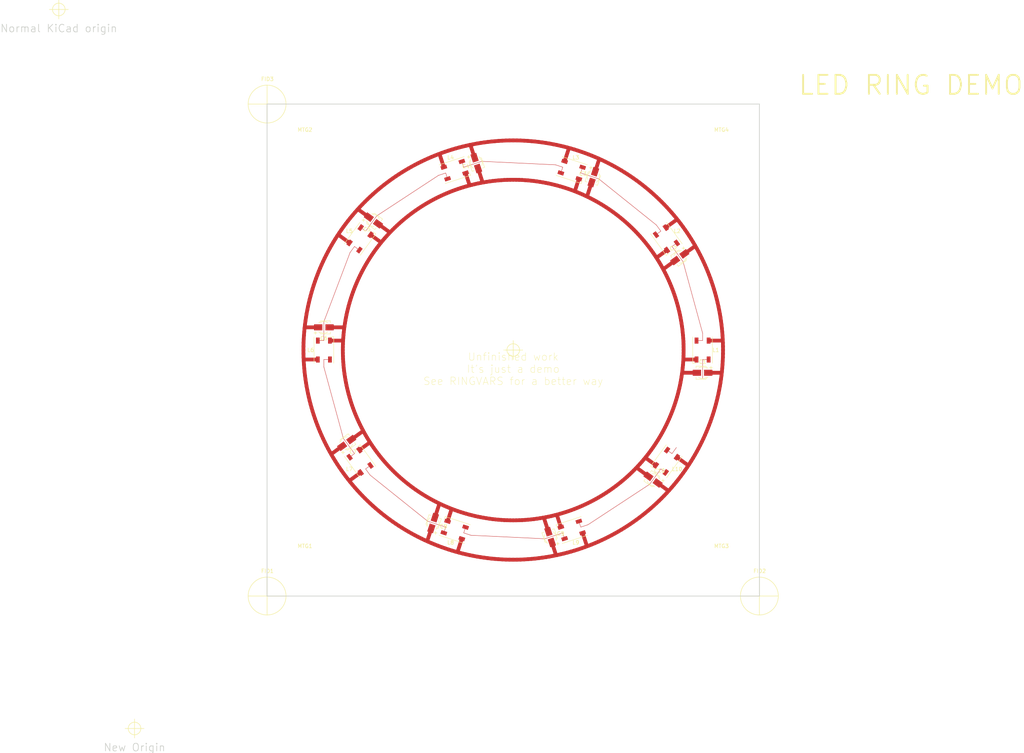
<source format=kicad_pcb>
(
kicad_pcb (version 4) (host pcbnew 4.0.4-stable)

  (general
    (links 0)
    (no_connects 0)
    (area 0 0 0 0)
    (thickness 1.6)
    (drawings 0)
    (tracks 0)
    (zones 0)
    (modules 1)
    (nets 1)
  )

  (page A4)
  (layers
    (0 F.Cu signal)
    (31 B.Cu signal)
    (32 B.Adhes user)
    (33 F.Adhes user)
    (34 B.Paste user)
    (35 F.Paste user)
    (36 B.SilkS user)
    (37 F.SilkS user)
    (38 B.Mask user)
    (39 F.Mask user)
    (40 Dwgs.User user)
    (41 Cmts.User user)
    (42 Eco1.User user)
    (43 Eco2.User user)
    (44 Edge.Cuts user)
    (45 Margin user)
    (46 B.CrtYd user)
    (47 F.CrtYd user)
    (48 B.Fab user)
    (49 F.Fab user)
  )

  (setup
    (last_trace_width 0.25)
    (trace_clearance 0.2)
    (zone_clearance 0.508)
    (zone_45_only no)
    (trace_min 0.2)
    (segment_width 0.2)
    (edge_width 0.15)
    (via_size 0.6)
    (via_drill 0.4)
    (via_min_size 0.4)
    (via_min_drill 0.3)
    (uvia_size 0.3)
    (uvia_drill 0.1)
    (uvias_allowed no)
    (uvia_min_size 0.2)
    (uvia_min_drill 0.1)
    (pcb_text_width 0.3)
    (pcb_text_size 1.5 1.5)
    (mod_edge_width 0.15)
    (mod_text_size 1 1)
    (mod_text_width 0.15)
    (pad_size 1.524 1.524)
    (pad_drill 0.762)
    (pad_to_mask_clearance 0.2)
    (aux_axis_origin 0 0)
    (visible_elements FFFFFF7F)
    (pcbplotparams
      (layerselection 0x00030_80000001)
      (usegerberextensions false)
      (excludeedgelayer true)
      (linewidth 0.100000)
      (plotframeref false)
      (viasonmask false)
      (mode 1)
      (useauxorigin false)
      (hpglpennumber 1)
      (hpglpenspeed 20)
      (hpglpendiameter 15)
      (hpglpenoverlay 2)
      (psnegative false)
      (psa4output false)
      (plotreference true)
      (plotvalue true)
      (plotinvisibletext false)
      (padsonsilk false)
      (subtractmaskfromsilk false)
      (outputformat 1)
      (mirror false)
      (drillshape 1)
      (scaleselection 1)
      (outputdirectory ""))
  )

  (net 0 "")

  (net_class Default "This is the default net class."
    (clearance 0.25)
    (trace_width 0.25)
    (via_dia 0.6)
    (via_drill 0.4)
    (uvia_dia 0.3)
    (uvia_drill 0.1)
  )



(target plus (at 0.0000 0.0000) (size 5.0000) (width 0.1500) (layer F.SilkS))
 (gr_text "Normal KiCad origin" (at 0.0000 5.0000 0.0000) (layer Edge.Cuts)
    (effects (font (size 2.0000 2.0000) (thickness 0.2000))  )
  )
(target plus (at 20.0000 190.0000) (size 5.0000) (width 0.1500) (layer F.SilkS))
 (gr_text "New Origin" (at 20.0000 195.0000 0.0000) (layer Edge.Cuts)
    (effects (font (size 2.0000 2.0000) (thickness 0.2000))  )
  )
 (gr_text "LED RING DEMO" (at 225.0000 20.0000 0.0000) (layer F.SilkS)
    (effects (font (size 5.0000 5.0000) (thickness 0.5000))  )
  )

    (module LEDs:LED_WS2812B-PLCC4 (layer F.Cu) (tedit 587A6D9E) (tstamp 589982C0)
    (at 170.0000 90.0000 -90.0000)
    (descr http://www.world-semi.com/uploads/soft/150522/1-150522091P5.pdf)
    (tags "LED NeoPixel")
    (attr smd)
    (fp_text reference L1 (at 0 -3.5) (layer F.SilkS)
      (effects (font (size 1 1) (thickness 0.15)))
    )
    (fp_text value WS2812B (at 0 4) (layer F.Fab)
      (effects (font (size 1 1) (thickness 0.15)))
    )
    (fp_line (start 3.75 -2.85) (end -3.75 -2.85) (layer F.CrtYd) (width 0.05))
    (fp_line (start 3.75 2.85) (end 3.75 -2.85) (layer F.CrtYd) (width 0.05))
    (fp_line (start -3.75 2.85) (end 3.75 2.85) (layer F.CrtYd) (width 0.05))
    (fp_line (start -3.75 -2.85) (end -3.75 2.85) (layer F.CrtYd) (width 0.05))
    (fp_line (start 2.5 1.5) (end 1.5 2.5) (layer F.Fab) (width 0.1))
    (fp_line (start -2.5 -2.5) (end -2.5 2.5) (layer F.Fab) (width 0.1))
    (fp_line (start -2.5 2.5) (end 2.5 2.5) (layer F.Fab) (width 0.1))
    (fp_line (start 2.5 2.5) (end 2.5 -2.5) (layer F.Fab) (width 0.1))
    (fp_line (start 2.5 -2.5) (end -2.5 -2.5) (layer F.Fab) (width 0.1))
    (fp_line (start -3.5 -2.6) (end 3.5 -2.6) (layer F.SilkS) (width 0.12))
    (fp_line (start -3.5 2.6) (end 3.5 2.6) (layer F.SilkS) (width 0.12))
    (fp_line (start 3.5 2.6) (end 3.5 1.6) (layer F.SilkS) (width 0.12))
    (fp_circle (center 0 0) (end 0 -2) (layer F.Fab) (width 0.1))
    (pad 3 smd rect (at 2.5 1.6 -90.0000) (size 1.6 1) (layers F.Cu F.Paste F.Mask))
    (pad 4 smd rect (at 2.5 -1.6 -90.0000) (size 1.6 1) (layers F.Cu F.Paste F.Mask))
    (pad 2 smd rect (at -2.5 1.6 -90.0000) (size 1.6 1) (layers F.Cu F.Paste F.Mask))
    (pad 1 smd rect (at -2.5 -1.6 -90.0000) (size 1.6 1) (layers F.Cu F.Paste F.Mask))
    (model LEDs.3dshapes/LED_WS2812B-PLCC4.wrl
      (at (xyz 0 0 0))
      (scale (xyz 0.39 0.39 0.39))
      (rotate (xyz 0 0 180))
    )
  )
 (module Capacitors_SMD:CP_Elec_3x5.3 (layer F.Cu) (tedit 57FA3E93) (tstamp 5899EACD)
    (at 170.0000 96.0000 -180.0000)
    (descr "SMT capacitor, aluminium electrolytic, 3x5.3")
    (attr smd)
    (fp_text reference C1 (at 0 2.8956 180) (layer F.SilkS)
      (effects (font (size 1 1) (thickness 0.15)))
    )
    (fp_text value 104nF (at -0.0254 -2.8956 180) (layer F.Fab)
      (effects (font (size 1 1) (thickness 0.15)))
    )
    (fp_line (start -1.5621 -0.7493) (end -1.5621 0.7747) (layer F.Fab) (width 0.1))
    (fp_line (start -0.7493 -1.5621) (end -1.5621 -0.7493) (layer F.Fab) (width 0.1))
    (fp_line (start -0.762 1.5748) (end -1.5621 0.7747) (layer F.Fab) (width 0.1))
    (fp_line (start 1.5748 1.5748) (end 1.5748 -1.5621) (layer F.Fab) (width 0.1))
    (fp_line (start 1.5621 1.5748) (end -0.762 1.5748) (layer F.Fab) (width 0.1))
    (fp_line (start 1.5748 -1.5621) (end -0.7493 -1.5621) (layer F.Fab) (width 0.1))
    (fp_line (start -0.8255 1.7272) (end -1.4351 1.1176) (layer F.SilkS) (width 0.12))
    (fp_line (start 1.7272 1.7272) (end 1.7272 1.1176) (layer F.SilkS) (width 0.12))
    (fp_line (start -0.8128 -1.7145) (end -1.4097 -1.1176) (layer F.SilkS) (width 0.12))
    (fp_line (start 1.7272 -1.7145) (end 1.7272 -1.1176) (layer F.SilkS) (width 0.12))
    (fp_text user + (at -0.9398 -0.0762 180) (layer F.Fab)
      (effects (font (size 1 1) (thickness 0.15)))
    )
    (fp_text user + (at -2.2225 1.397 180) (layer F.SilkS)
      (effects (font (size 1 1) (thickness 0.15)))
    )
    (fp_arc (start 0 0) (end -1.0922 -1.1176) (angle 88.7) (layer F.SilkS) (width 0.12))
    (fp_arc (start 0 0) (end 1.0922 1.1176) (angle 88.7) (layer F.SilkS) (width 0.12))
    (fp_line (start -2.8 2.05) (end 2.8 2.05) (layer F.CrtYd) (width 0.05))
    (fp_line (start 2.8 2.05) (end 2.8 -2.05) (layer F.CrtYd) (width 0.05))
    (fp_line (start 2.8 -2.05) (end -2.8 -2.05) (layer F.CrtYd) (width 0.05))
    (fp_line (start -2.8 -2.05) (end -2.8 2.05) (layer F.CrtYd) (width 0.05))
    (fp_line (start -0.8255 1.7272) (end 1.7145 1.7272) (layer F.SilkS) (width 0.12))
    (fp_line (start 1.7272 -1.7145) (end -0.8128 -1.7145) (layer F.SilkS) (width 0.12))
    (pad 2 smd rect (at 1.5 0 -180.0000) (size 2.2 1.6) (layers F.Cu F.Paste F.Mask))
    (pad 1 smd rect (at -1.5 0 -180.0000) (size 2.2 1.6) (layers F.Cu F.Paste F.Mask))
    (model Capacitors_SMD.3dshapes/CP_Elec_3x5.3.wrl
      (at (xyz 0 0 0))
      (scale (xyz 1 1 1))
      (rotate (xyz 0 0 180))
    )
  )
(segment (start 172.0000 87.5000) (end 175.0000 87.5000) (width 1.0000) (layer F.Cu) (net 0))
(segment (start 168.0000 87.5000) (end 170.0000 87.5000) (width 0.1000) (layer F.Cu) (net 0))
(segment (start 170.0000 87.5000) (end 170.0000 85.5000) (width 0.1000) (layer F.Cu) (net 0))
(segment (start 172.0000 92.5000) (end 170.0000 92.5000) (width 0.1000) (layer F.Cu) (net 0))
(segment (start 170.0000 92.5000) (end 170.0000 97.5000) (width 0.1000) (layer F.Cu) (net 0))
(segment (start 168.0000 92.5000) (end 165.0000 92.5000) (width 1.0000) (layer F.Cu) (net 0))
(segment (start 172.0000 96.0000) (end 175.0000 96.0000) (width 1.0000) (layer F.Cu) (net 0))
(segment (start 168.0000 96.0000) (end 165.0000 96.0000) (width 1.0000) (layer F.Cu) (net 0))
    (module LEDs:LED_WS2812B-PLCC4 (layer F.Cu) (tedit 587A6D9E) (tstamp 589982C0)
    (at 160.4508 60.6107 -54.0000)
    (descr http://www.world-semi.com/uploads/soft/150522/1-150522091P5.pdf)
    (tags "LED NeoPixel")
    (attr smd)
    (fp_text reference L2 (at 0 -3.5) (layer F.SilkS)
      (effects (font (size 1 1) (thickness 0.15)))
    )
    (fp_text value WS2812B (at 0 4) (layer F.Fab)
      (effects (font (size 1 1) (thickness 0.15)))
    )
    (fp_line (start 3.75 -2.85) (end -3.75 -2.85) (layer F.CrtYd) (width 0.05))
    (fp_line (start 3.75 2.85) (end 3.75 -2.85) (layer F.CrtYd) (width 0.05))
    (fp_line (start -3.75 2.85) (end 3.75 2.85) (layer F.CrtYd) (width 0.05))
    (fp_line (start -3.75 -2.85) (end -3.75 2.85) (layer F.CrtYd) (width 0.05))
    (fp_line (start 2.5 1.5) (end 1.5 2.5) (layer F.Fab) (width 0.1))
    (fp_line (start -2.5 -2.5) (end -2.5 2.5) (layer F.Fab) (width 0.1))
    (fp_line (start -2.5 2.5) (end 2.5 2.5) (layer F.Fab) (width 0.1))
    (fp_line (start 2.5 2.5) (end 2.5 -2.5) (layer F.Fab) (width 0.1))
    (fp_line (start 2.5 -2.5) (end -2.5 -2.5) (layer F.Fab) (width 0.1))
    (fp_line (start -3.5 -2.6) (end 3.5 -2.6) (layer F.SilkS) (width 0.12))
    (fp_line (start -3.5 2.6) (end 3.5 2.6) (layer F.SilkS) (width 0.12))
    (fp_line (start 3.5 2.6) (end 3.5 1.6) (layer F.SilkS) (width 0.12))
    (fp_circle (center 0 0) (end 0 -2) (layer F.Fab) (width 0.1))
    (pad 3 smd rect (at 2.5 1.6 -54.0000) (size 1.6 1) (layers F.Cu F.Paste F.Mask))
    (pad 4 smd rect (at 2.5 -1.6 -54.0000) (size 1.6 1) (layers F.Cu F.Paste F.Mask))
    (pad 2 smd rect (at -2.5 1.6 -54.0000) (size 1.6 1) (layers F.Cu F.Paste F.Mask))
    (pad 1 smd rect (at -2.5 -1.6 -54.0000) (size 1.6 1) (layers F.Cu F.Paste F.Mask))
    (model LEDs.3dshapes/LED_WS2812B-PLCC4.wrl
      (at (xyz 0 0 0))
      (scale (xyz 0.39 0.39 0.39))
      (rotate (xyz 0 0 180))
    )
  )
 (module Capacitors_SMD:CP_Elec_3x5.3 (layer F.Cu) (tedit 57FA3E93) (tstamp 5899EACD)
    (at 163.9776 65.4648 -144.0000)
    (descr "SMT capacitor, aluminium electrolytic, 3x5.3")
    (attr smd)
    (fp_text reference C2 (at 0 2.8956 180) (layer F.SilkS)
      (effects (font (size 1 1) (thickness 0.15)))
    )
    (fp_text value 104nF (at -0.0254 -2.8956 180) (layer F.Fab)
      (effects (font (size 1 1) (thickness 0.15)))
    )
    (fp_line (start -1.5621 -0.7493) (end -1.5621 0.7747) (layer F.Fab) (width 0.1))
    (fp_line (start -0.7493 -1.5621) (end -1.5621 -0.7493) (layer F.Fab) (width 0.1))
    (fp_line (start -0.762 1.5748) (end -1.5621 0.7747) (layer F.Fab) (width 0.1))
    (fp_line (start 1.5748 1.5748) (end 1.5748 -1.5621) (layer F.Fab) (width 0.1))
    (fp_line (start 1.5621 1.5748) (end -0.762 1.5748) (layer F.Fab) (width 0.1))
    (fp_line (start 1.5748 -1.5621) (end -0.7493 -1.5621) (layer F.Fab) (width 0.1))
    (fp_line (start -0.8255 1.7272) (end -1.4351 1.1176) (layer F.SilkS) (width 0.12))
    (fp_line (start 1.7272 1.7272) (end 1.7272 1.1176) (layer F.SilkS) (width 0.12))
    (fp_line (start -0.8128 -1.7145) (end -1.4097 -1.1176) (layer F.SilkS) (width 0.12))
    (fp_line (start 1.7272 -1.7145) (end 1.7272 -1.1176) (layer F.SilkS) (width 0.12))
    (fp_text user + (at -0.9398 -0.0762 180) (layer F.Fab)
      (effects (font (size 1 1) (thickness 0.15)))
    )
    (fp_text user + (at -2.2225 1.397 180) (layer F.SilkS)
      (effects (font (size 1 1) (thickness 0.15)))
    )
    (fp_arc (start 0 0) (end -1.0922 -1.1176) (angle 88.7) (layer F.SilkS) (width 0.12))
    (fp_arc (start 0 0) (end 1.0922 1.1176) (angle 88.7) (layer F.SilkS) (width 0.12))
    (fp_line (start -2.8 2.05) (end 2.8 2.05) (layer F.CrtYd) (width 0.05))
    (fp_line (start 2.8 2.05) (end 2.8 -2.05) (layer F.CrtYd) (width 0.05))
    (fp_line (start 2.8 -2.05) (end -2.8 -2.05) (layer F.CrtYd) (width 0.05))
    (fp_line (start -2.8 -2.05) (end -2.8 2.05) (layer F.CrtYd) (width 0.05))
    (fp_line (start -0.8255 1.7272) (end 1.7145 1.7272) (layer F.SilkS) (width 0.12))
    (fp_line (start 1.7272 -1.7145) (end -0.8128 -1.7145) (layer F.SilkS) (width 0.12))
    (pad 2 smd rect (at 1.5 0 -144.0000) (size 2.2 1.6) (layers F.Cu F.Paste F.Mask))
    (pad 1 smd rect (at -1.5 0 -144.0000) (size 2.2 1.6) (layers F.Cu F.Paste F.Mask))
    (model Capacitors_SMD.3dshapes/CP_Elec_3x5.3.wrl
      (at (xyz 0 0 0))
      (scale (xyz 1 1 1))
      (rotate (xyz 0 0 180))
    )
  )
(segment (start 160.5994 57.4126) (end 163.0265 55.6493) (width 1.0000) (layer F.Cu) (net 0))
(segment (start 157.3634 59.7638) (end 158.9814 58.5882) (width 0.1000) (layer F.Cu) (net 0))
(segment (start 158.9814 58.5882) (end 157.8058 56.9702) (width 0.1000) (layer F.Cu) (net 0))
(segment (start 163.5383 61.4577) (end 161.9203 62.6333) (width 0.1000) (layer F.Cu) (net 0))
(segment (start 161.9203 62.6333) (end 164.8592 66.6784) (width 0.1000) (layer F.Cu) (net 0))
(segment (start 160.3023 63.8089) (end 157.8752 65.5722) (width 1.0000) (layer F.Cu) (net 0))
(segment (start 165.5956 64.2893) (end 168.0226 62.5259) (width 1.0000) (layer F.Cu) (net 0))
(segment (start 162.3595 66.6404) (end 159.9325 68.4038) (width 1.0000) (layer F.Cu) (net 0))
    (module LEDs:LED_WS2812B-PLCC4 (layer F.Cu) (tedit 587A6D9E) (tstamp 589982C0)
    (at 135.4508 42.4472 -18.0000)
    (descr http://www.world-semi.com/uploads/soft/150522/1-150522091P5.pdf)
    (tags "LED NeoPixel")
    (attr smd)
    (fp_text reference L3 (at 0 -3.5) (layer F.SilkS)
      (effects (font (size 1 1) (thickness 0.15)))
    )
    (fp_text value WS2812B (at 0 4) (layer F.Fab)
      (effects (font (size 1 1) (thickness 0.15)))
    )
    (fp_line (start 3.75 -2.85) (end -3.75 -2.85) (layer F.CrtYd) (width 0.05))
    (fp_line (start 3.75 2.85) (end 3.75 -2.85) (layer F.CrtYd) (width 0.05))
    (fp_line (start -3.75 2.85) (end 3.75 2.85) (layer F.CrtYd) (width 0.05))
    (fp_line (start -3.75 -2.85) (end -3.75 2.85) (layer F.CrtYd) (width 0.05))
    (fp_line (start 2.5 1.5) (end 1.5 2.5) (layer F.Fab) (width 0.1))
    (fp_line (start -2.5 -2.5) (end -2.5 2.5) (layer F.Fab) (width 0.1))
    (fp_line (start -2.5 2.5) (end 2.5 2.5) (layer F.Fab) (width 0.1))
    (fp_line (start 2.5 2.5) (end 2.5 -2.5) (layer F.Fab) (width 0.1))
    (fp_line (start 2.5 -2.5) (end -2.5 -2.5) (layer F.Fab) (width 0.1))
    (fp_line (start -3.5 -2.6) (end 3.5 -2.6) (layer F.SilkS) (width 0.12))
    (fp_line (start -3.5 2.6) (end 3.5 2.6) (layer F.SilkS) (width 0.12))
    (fp_line (start 3.5 2.6) (end 3.5 1.6) (layer F.SilkS) (width 0.12))
    (fp_circle (center 0 0) (end 0 -2) (layer F.Fab) (width 0.1))
    (pad 3 smd rect (at 2.5 1.6 -18.0000) (size 1.6 1) (layers F.Cu F.Paste F.Mask))
    (pad 4 smd rect (at 2.5 -1.6 -18.0000) (size 1.6 1) (layers F.Cu F.Paste F.Mask))
    (pad 2 smd rect (at -2.5 1.6 -18.0000) (size 1.6 1) (layers F.Cu F.Paste F.Mask))
    (pad 1 smd rect (at -2.5 -1.6 -18.0000) (size 1.6 1) (layers F.Cu F.Paste F.Mask))
    (model LEDs.3dshapes/LED_WS2812B-PLCC4.wrl
      (at (xyz 0 0 0))
      (scale (xyz 0.39 0.39 0.39))
      (rotate (xyz 0 0 180))
    )
  )
 (module Capacitors_SMD:CP_Elec_3x5.3 (layer F.Cu) (tedit 57FA3E93) (tstamp 5899EACD)
    (at 141.1572 44.3013 -108.0000)
    (descr "SMT capacitor, aluminium electrolytic, 3x5.3")
    (attr smd)
    (fp_text reference C3 (at 0 2.8956 180) (layer F.SilkS)
      (effects (font (size 1 1) (thickness 0.15)))
    )
    (fp_text value 104nF (at -0.0254 -2.8956 180) (layer F.Fab)
      (effects (font (size 1 1) (thickness 0.15)))
    )
    (fp_line (start -1.5621 -0.7493) (end -1.5621 0.7747) (layer F.Fab) (width 0.1))
    (fp_line (start -0.7493 -1.5621) (end -1.5621 -0.7493) (layer F.Fab) (width 0.1))
    (fp_line (start -0.762 1.5748) (end -1.5621 0.7747) (layer F.Fab) (width 0.1))
    (fp_line (start 1.5748 1.5748) (end 1.5748 -1.5621) (layer F.Fab) (width 0.1))
    (fp_line (start 1.5621 1.5748) (end -0.762 1.5748) (layer F.Fab) (width 0.1))
    (fp_line (start 1.5748 -1.5621) (end -0.7493 -1.5621) (layer F.Fab) (width 0.1))
    (fp_line (start -0.8255 1.7272) (end -1.4351 1.1176) (layer F.SilkS) (width 0.12))
    (fp_line (start 1.7272 1.7272) (end 1.7272 1.1176) (layer F.SilkS) (width 0.12))
    (fp_line (start -0.8128 -1.7145) (end -1.4097 -1.1176) (layer F.SilkS) (width 0.12))
    (fp_line (start 1.7272 -1.7145) (end 1.7272 -1.1176) (layer F.SilkS) (width 0.12))
    (fp_text user + (at -0.9398 -0.0762 180) (layer F.Fab)
      (effects (font (size 1 1) (thickness 0.15)))
    )
    (fp_text user + (at -2.2225 1.397 180) (layer F.SilkS)
      (effects (font (size 1 1) (thickness 0.15)))
    )
    (fp_arc (start 0 0) (end -1.0922 -1.1176) (angle 88.7) (layer F.SilkS) (width 0.12))
    (fp_arc (start 0 0) (end 1.0922 1.1176) (angle 88.7) (layer F.SilkS) (width 0.12))
    (fp_line (start -2.8 2.05) (end 2.8 2.05) (layer F.CrtYd) (width 0.05))
    (fp_line (start 2.8 2.05) (end 2.8 -2.05) (layer F.CrtYd) (width 0.05))
    (fp_line (start 2.8 -2.05) (end -2.8 -2.05) (layer F.CrtYd) (width 0.05))
    (fp_line (start -2.8 -2.05) (end -2.8 2.05) (layer F.CrtYd) (width 0.05))
    (fp_line (start -0.8255 1.7272) (end 1.7145 1.7272) (layer F.SilkS) (width 0.12))
    (fp_line (start 1.7272 -1.7145) (end -0.8128 -1.7145) (layer F.SilkS) (width 0.12))
    (pad 2 smd rect (at 1.5 0 -108.0000) (size 2.2 1.6) (layers F.Cu F.Paste F.Mask))
    (pad 1 smd rect (at -1.5 0 -108.0000) (size 2.2 1.6) (layers F.Cu F.Paste F.Mask))
    (model Capacitors_SMD.3dshapes/CP_Elec_3x5.3.wrl
      (at (xyz 0 0 0))
      (scale (xyz 1 1 1))
      (rotate (xyz 0 0 180))
    )
  )
(segment (start 133.6912 39.7725) (end 134.6183 36.9193) (width 1.0000) (layer F.Cu) (net 0))
(segment (start 132.4552 43.5767) (end 133.0732 41.6746) (width 0.1000) (layer F.Cu) (net 0))
(segment (start 133.0732 41.6746) (end 131.1711 41.0566) (width 0.1000) (layer F.Cu) (net 0))
(segment (start 138.4465 41.3176) (end 137.8285 43.2197) (width 0.1000) (layer F.Cu) (net 0))
(segment (start 137.8285 43.2197) (end 142.5838 44.7648) (width 0.1000) (layer F.Cu) (net 0))
(segment (start 137.2105 45.1218) (end 136.2834 47.9750) (width 1.0000) (layer F.Cu) (net 0))
(segment (start 141.7752 42.3992) (end 142.7023 39.5460) (width 1.0000) (layer F.Cu) (net 0))
(segment (start 140.5392 46.2034) (end 139.6121 49.0566) (width 1.0000) (layer F.Cu) (net 0))
    (module LEDs:LED_WS2812B-PLCC4 (layer F.Cu) (tedit 587A6D9E) (tstamp 589982C0)
    (at 104.5492 42.4472 18.0000)
    (descr http://www.world-semi.com/uploads/soft/150522/1-150522091P5.pdf)
    (tags "LED NeoPixel")
    (attr smd)
    (fp_text reference L4 (at 0 -3.5) (layer F.SilkS)
      (effects (font (size 1 1) (thickness 0.15)))
    )
    (fp_text value WS2812B (at 0 4) (layer F.Fab)
      (effects (font (size 1 1) (thickness 0.15)))
    )
    (fp_line (start 3.75 -2.85) (end -3.75 -2.85) (layer F.CrtYd) (width 0.05))
    (fp_line (start 3.75 2.85) (end 3.75 -2.85) (layer F.CrtYd) (width 0.05))
    (fp_line (start -3.75 2.85) (end 3.75 2.85) (layer F.CrtYd) (width 0.05))
    (fp_line (start -3.75 -2.85) (end -3.75 2.85) (layer F.CrtYd) (width 0.05))
    (fp_line (start 2.5 1.5) (end 1.5 2.5) (layer F.Fab) (width 0.1))
    (fp_line (start -2.5 -2.5) (end -2.5 2.5) (layer F.Fab) (width 0.1))
    (fp_line (start -2.5 2.5) (end 2.5 2.5) (layer F.Fab) (width 0.1))
    (fp_line (start 2.5 2.5) (end 2.5 -2.5) (layer F.Fab) (width 0.1))
    (fp_line (start 2.5 -2.5) (end -2.5 -2.5) (layer F.Fab) (width 0.1))
    (fp_line (start -3.5 -2.6) (end 3.5 -2.6) (layer F.SilkS) (width 0.12))
    (fp_line (start -3.5 2.6) (end 3.5 2.6) (layer F.SilkS) (width 0.12))
    (fp_line (start 3.5 2.6) (end 3.5 1.6) (layer F.SilkS) (width 0.12))
    (fp_circle (center 0 0) (end 0 -2) (layer F.Fab) (width 0.1))
    (pad 3 smd rect (at 2.5 1.6 18.0000) (size 1.6 1) (layers F.Cu F.Paste F.Mask))
    (pad 4 smd rect (at 2.5 -1.6 18.0000) (size 1.6 1) (layers F.Cu F.Paste F.Mask))
    (pad 2 smd rect (at -2.5 1.6 18.0000) (size 1.6 1) (layers F.Cu F.Paste F.Mask))
    (pad 1 smd rect (at -2.5 -1.6 18.0000) (size 1.6 1) (layers F.Cu F.Paste F.Mask))
    (model LEDs.3dshapes/LED_WS2812B-PLCC4.wrl
      (at (xyz 0 0 0))
      (scale (xyz 0.39 0.39 0.39))
      (rotate (xyz 0 0 180))
    )
  )
 (module Capacitors_SMD:CP_Elec_3x5.3 (layer F.Cu) (tedit 57FA3E93) (tstamp 5899EACD)
    (at 110.2555 40.5931 -72.0000)
    (descr "SMT capacitor, aluminium electrolytic, 3x5.3")
    (attr smd)
    (fp_text reference C4 (at 0 2.8956 180) (layer F.SilkS)
      (effects (font (size 1 1) (thickness 0.15)))
    )
    (fp_text value 104nF (at -0.0254 -2.8956 180) (layer F.Fab)
      (effects (font (size 1 1) (thickness 0.15)))
    )
    (fp_line (start -1.5621 -0.7493) (end -1.5621 0.7747) (layer F.Fab) (width 0.1))
    (fp_line (start -0.7493 -1.5621) (end -1.5621 -0.7493) (layer F.Fab) (width 0.1))
    (fp_line (start -0.762 1.5748) (end -1.5621 0.7747) (layer F.Fab) (width 0.1))
    (fp_line (start 1.5748 1.5748) (end 1.5748 -1.5621) (layer F.Fab) (width 0.1))
    (fp_line (start 1.5621 1.5748) (end -0.762 1.5748) (layer F.Fab) (width 0.1))
    (fp_line (start 1.5748 -1.5621) (end -0.7493 -1.5621) (layer F.Fab) (width 0.1))
    (fp_line (start -0.8255 1.7272) (end -1.4351 1.1176) (layer F.SilkS) (width 0.12))
    (fp_line (start 1.7272 1.7272) (end 1.7272 1.1176) (layer F.SilkS) (width 0.12))
    (fp_line (start -0.8128 -1.7145) (end -1.4097 -1.1176) (layer F.SilkS) (width 0.12))
    (fp_line (start 1.7272 -1.7145) (end 1.7272 -1.1176) (layer F.SilkS) (width 0.12))
    (fp_text user + (at -0.9398 -0.0762 180) (layer F.Fab)
      (effects (font (size 1 1) (thickness 0.15)))
    )
    (fp_text user + (at -2.2225 1.397 180) (layer F.SilkS)
      (effects (font (size 1 1) (thickness 0.15)))
    )
    (fp_arc (start 0 0) (end -1.0922 -1.1176) (angle 88.7) (layer F.SilkS) (width 0.12))
    (fp_arc (start 0 0) (end 1.0922 1.1176) (angle 88.7) (layer F.SilkS) (width 0.12))
    (fp_line (start -2.8 2.05) (end 2.8 2.05) (layer F.CrtYd) (width 0.05))
    (fp_line (start 2.8 2.05) (end 2.8 -2.05) (layer F.CrtYd) (width 0.05))
    (fp_line (start 2.8 -2.05) (end -2.8 -2.05) (layer F.CrtYd) (width 0.05))
    (fp_line (start -2.8 -2.05) (end -2.8 2.05) (layer F.CrtYd) (width 0.05))
    (fp_line (start -0.8255 1.7272) (end 1.7145 1.7272) (layer F.SilkS) (width 0.12))
    (fp_line (start 1.7272 -1.7145) (end -0.8128 -1.7145) (layer F.SilkS) (width 0.12))
    (pad 2 smd rect (at 1.5 0 -72.0000) (size 2.2 1.6) (layers F.Cu F.Paste F.Mask))
    (pad 1 smd rect (at -1.5 0 -72.0000) (size 2.2 1.6) (layers F.Cu F.Paste F.Mask))
    (model Capacitors_SMD.3dshapes/CP_Elec_3x5.3.wrl
      (at (xyz 0 0 0))
      (scale (xyz 1 1 1))
      (rotate (xyz 0 0 180))
    )
  )
(segment (start 101.5535 41.3176) (end 100.6264 38.4644) (width 1.0000) (layer F.Cu) (net 0))
(segment (start 102.7895 45.1218) (end 102.1715 43.2197) (width 0.1000) (layer F.Cu) (net 0))
(segment (start 102.1715 43.2197) (end 100.2694 43.8378) (width 0.1000) (layer F.Cu) (net 0))
(segment (start 106.3088 39.7725) (end 106.9268 41.6746) (width 0.1000) (layer F.Cu) (net 0))
(segment (start 106.9268 41.6746) (end 111.6821 40.1295) (width 0.1000) (layer F.Cu) (net 0))
(segment (start 107.5448 43.5767) (end 108.4719 46.4299) (width 1.0000) (layer F.Cu) (net 0))
(segment (start 109.6375 38.6910) (end 108.7104 35.8378) (width 1.0000) (layer F.Cu) (net 0))
(segment (start 110.8735 42.4952) (end 111.8006 45.3484) (width 1.0000) (layer F.Cu) (net 0))
    (module LEDs:LED_WS2812B-PLCC4 (layer F.Cu) (tedit 587A6D9E) (tstamp 589982C0)
    (at 79.5492 60.6107 54.0000)
    (descr http://www.world-semi.com/uploads/soft/150522/1-150522091P5.pdf)
    (tags "LED NeoPixel")
    (attr smd)
    (fp_text reference L5 (at 0 -3.5) (layer F.SilkS)
      (effects (font (size 1 1) (thickness 0.15)))
    )
    (fp_text value WS2812B (at 0 4) (layer F.Fab)
      (effects (font (size 1 1) (thickness 0.15)))
    )
    (fp_line (start 3.75 -2.85) (end -3.75 -2.85) (layer F.CrtYd) (width 0.05))
    (fp_line (start 3.75 2.85) (end 3.75 -2.85) (layer F.CrtYd) (width 0.05))
    (fp_line (start -3.75 2.85) (end 3.75 2.85) (layer F.CrtYd) (width 0.05))
    (fp_line (start -3.75 -2.85) (end -3.75 2.85) (layer F.CrtYd) (width 0.05))
    (fp_line (start 2.5 1.5) (end 1.5 2.5) (layer F.Fab) (width 0.1))
    (fp_line (start -2.5 -2.5) (end -2.5 2.5) (layer F.Fab) (width 0.1))
    (fp_line (start -2.5 2.5) (end 2.5 2.5) (layer F.Fab) (width 0.1))
    (fp_line (start 2.5 2.5) (end 2.5 -2.5) (layer F.Fab) (width 0.1))
    (fp_line (start 2.5 -2.5) (end -2.5 -2.5) (layer F.Fab) (width 0.1))
    (fp_line (start -3.5 -2.6) (end 3.5 -2.6) (layer F.SilkS) (width 0.12))
    (fp_line (start -3.5 2.6) (end 3.5 2.6) (layer F.SilkS) (width 0.12))
    (fp_line (start 3.5 2.6) (end 3.5 1.6) (layer F.SilkS) (width 0.12))
    (fp_circle (center 0 0) (end 0 -2) (layer F.Fab) (width 0.1))
    (pad 3 smd rect (at 2.5 1.6 54.0000) (size 1.6 1) (layers F.Cu F.Paste F.Mask))
    (pad 4 smd rect (at 2.5 -1.6 54.0000) (size 1.6 1) (layers F.Cu F.Paste F.Mask))
    (pad 2 smd rect (at -2.5 1.6 54.0000) (size 1.6 1) (layers F.Cu F.Paste F.Mask))
    (pad 1 smd rect (at -2.5 -1.6 54.0000) (size 1.6 1) (layers F.Cu F.Paste F.Mask))
    (model LEDs.3dshapes/LED_WS2812B-PLCC4.wrl
      (at (xyz 0 0 0))
      (scale (xyz 0.39 0.39 0.39))
      (rotate (xyz 0 0 180))
    )
  )
 (module Capacitors_SMD:CP_Elec_3x5.3 (layer F.Cu) (tedit 57FA3E93) (tstamp 5899EACD)
    (at 83.0759 55.7566 -36.0000)
    (descr "SMT capacitor, aluminium electrolytic, 3x5.3")
    (attr smd)
    (fp_text reference C5 (at 0 2.8956 180) (layer F.SilkS)
      (effects (font (size 1 1) (thickness 0.15)))
    )
    (fp_text value 104nF (at -0.0254 -2.8956 180) (layer F.Fab)
      (effects (font (size 1 1) (thickness 0.15)))
    )
    (fp_line (start -1.5621 -0.7493) (end -1.5621 0.7747) (layer F.Fab) (width 0.1))
    (fp_line (start -0.7493 -1.5621) (end -1.5621 -0.7493) (layer F.Fab) (width 0.1))
    (fp_line (start -0.762 1.5748) (end -1.5621 0.7747) (layer F.Fab) (width 0.1))
    (fp_line (start 1.5748 1.5748) (end 1.5748 -1.5621) (layer F.Fab) (width 0.1))
    (fp_line (start 1.5621 1.5748) (end -0.762 1.5748) (layer F.Fab) (width 0.1))
    (fp_line (start 1.5748 -1.5621) (end -0.7493 -1.5621) (layer F.Fab) (width 0.1))
    (fp_line (start -0.8255 1.7272) (end -1.4351 1.1176) (layer F.SilkS) (width 0.12))
    (fp_line (start 1.7272 1.7272) (end 1.7272 1.1176) (layer F.SilkS) (width 0.12))
    (fp_line (start -0.8128 -1.7145) (end -1.4097 -1.1176) (layer F.SilkS) (width 0.12))
    (fp_line (start 1.7272 -1.7145) (end 1.7272 -1.1176) (layer F.SilkS) (width 0.12))
    (fp_text user + (at -0.9398 -0.0762 180) (layer F.Fab)
      (effects (font (size 1 1) (thickness 0.15)))
    )
    (fp_text user + (at -2.2225 1.397 180) (layer F.SilkS)
      (effects (font (size 1 1) (thickness 0.15)))
    )
    (fp_arc (start 0 0) (end -1.0922 -1.1176) (angle 88.7) (layer F.SilkS) (width 0.12))
    (fp_arc (start 0 0) (end 1.0922 1.1176) (angle 88.7) (layer F.SilkS) (width 0.12))
    (fp_line (start -2.8 2.05) (end 2.8 2.05) (layer F.CrtYd) (width 0.05))
    (fp_line (start 2.8 2.05) (end 2.8 -2.05) (layer F.CrtYd) (width 0.05))
    (fp_line (start 2.8 -2.05) (end -2.8 -2.05) (layer F.CrtYd) (width 0.05))
    (fp_line (start -2.8 -2.05) (end -2.8 2.05) (layer F.CrtYd) (width 0.05))
    (fp_line (start -0.8255 1.7272) (end 1.7145 1.7272) (layer F.SilkS) (width 0.12))
    (fp_line (start 1.7272 -1.7145) (end -0.8128 -1.7145) (layer F.SilkS) (width 0.12))
    (pad 2 smd rect (at 1.5 0 -36.0000) (size 2.2 1.6) (layers F.Cu F.Paste F.Mask))
    (pad 1 smd rect (at -1.5 0 -36.0000) (size 2.2 1.6) (layers F.Cu F.Paste F.Mask))
    (model Capacitors_SMD.3dshapes/CP_Elec_3x5.3.wrl
      (at (xyz 0 0 0))
      (scale (xyz 1 1 1))
      (rotate (xyz 0 0 180))
    )
  )
(segment (start 76.4617 61.4577) (end 74.0346 59.6944) (width 1.0000) (layer F.Cu) (net 0))
(segment (start 79.6977 63.8089) (end 78.0797 62.6333) (width 0.1000) (layer F.Cu) (net 0))
(segment (start 78.0797 62.6333) (end 76.9041 64.2513) (width 0.1000) (layer F.Cu) (net 0))
(segment (start 79.4006 57.4126) (end 81.0186 58.5882) (width 0.1000) (layer F.Cu) (net 0))
(segment (start 81.0186 58.5882) (end 83.9575 54.5431) (width 0.1000) (layer F.Cu) (net 0))
(segment (start 82.6366 59.7638) (end 85.0637 61.5271) (width 1.0000) (layer F.Cu) (net 0))
(segment (start 81.4578 54.5811) (end 79.0308 52.8177) (width 1.0000) (layer F.Cu) (net 0))
(segment (start 84.6939 56.9322) (end 87.1209 58.6956) (width 1.0000) (layer F.Cu) (net 0))
    (module LEDs:LED_WS2812B-PLCC4 (layer F.Cu) (tedit 587A6D9E) (tstamp 589982C0)
    (at 70.0000 90.0000 90.0000)
    (descr http://www.world-semi.com/uploads/soft/150522/1-150522091P5.pdf)
    (tags "LED NeoPixel")
    (attr smd)
    (fp_text reference L6 (at 0 -3.5) (layer F.SilkS)
      (effects (font (size 1 1) (thickness 0.15)))
    )
    (fp_text value WS2812B (at 0 4) (layer F.Fab)
      (effects (font (size 1 1) (thickness 0.15)))
    )
    (fp_line (start 3.75 -2.85) (end -3.75 -2.85) (layer F.CrtYd) (width 0.05))
    (fp_line (start 3.75 2.85) (end 3.75 -2.85) (layer F.CrtYd) (width 0.05))
    (fp_line (start -3.75 2.85) (end 3.75 2.85) (layer F.CrtYd) (width 0.05))
    (fp_line (start -3.75 -2.85) (end -3.75 2.85) (layer F.CrtYd) (width 0.05))
    (fp_line (start 2.5 1.5) (end 1.5 2.5) (layer F.Fab) (width 0.1))
    (fp_line (start -2.5 -2.5) (end -2.5 2.5) (layer F.Fab) (width 0.1))
    (fp_line (start -2.5 2.5) (end 2.5 2.5) (layer F.Fab) (width 0.1))
    (fp_line (start 2.5 2.5) (end 2.5 -2.5) (layer F.Fab) (width 0.1))
    (fp_line (start 2.5 -2.5) (end -2.5 -2.5) (layer F.Fab) (width 0.1))
    (fp_line (start -3.5 -2.6) (end 3.5 -2.6) (layer F.SilkS) (width 0.12))
    (fp_line (start -3.5 2.6) (end 3.5 2.6) (layer F.SilkS) (width 0.12))
    (fp_line (start 3.5 2.6) (end 3.5 1.6) (layer F.SilkS) (width 0.12))
    (fp_circle (center 0 0) (end 0 -2) (layer F.Fab) (width 0.1))
    (pad 3 smd rect (at 2.5 1.6 90.0000) (size 1.6 1) (layers F.Cu F.Paste F.Mask))
    (pad 4 smd rect (at 2.5 -1.6 90.0000) (size 1.6 1) (layers F.Cu F.Paste F.Mask))
    (pad 2 smd rect (at -2.5 1.6 90.0000) (size 1.6 1) (layers F.Cu F.Paste F.Mask))
    (pad 1 smd rect (at -2.5 -1.6 90.0000) (size 1.6 1) (layers F.Cu F.Paste F.Mask))
    (model LEDs.3dshapes/LED_WS2812B-PLCC4.wrl
      (at (xyz 0 0 0))
      (scale (xyz 0.39 0.39 0.39))
      (rotate (xyz 0 0 180))
    )
  )
 (module Capacitors_SMD:CP_Elec_3x5.3 (layer F.Cu) (tedit 57FA3E93) (tstamp 5899EACD)
    (at 70.0000 84.0000 0.0000)
    (descr "SMT capacitor, aluminium electrolytic, 3x5.3")
    (attr smd)
    (fp_text reference C6 (at 0 2.8956 180) (layer F.SilkS)
      (effects (font (size 1 1) (thickness 0.15)))
    )
    (fp_text value 104nF (at -0.0254 -2.8956 180) (layer F.Fab)
      (effects (font (size 1 1) (thickness 0.15)))
    )
    (fp_line (start -1.5621 -0.7493) (end -1.5621 0.7747) (layer F.Fab) (width 0.1))
    (fp_line (start -0.7493 -1.5621) (end -1.5621 -0.7493) (layer F.Fab) (width 0.1))
    (fp_line (start -0.762 1.5748) (end -1.5621 0.7747) (layer F.Fab) (width 0.1))
    (fp_line (start 1.5748 1.5748) (end 1.5748 -1.5621) (layer F.Fab) (width 0.1))
    (fp_line (start 1.5621 1.5748) (end -0.762 1.5748) (layer F.Fab) (width 0.1))
    (fp_line (start 1.5748 -1.5621) (end -0.7493 -1.5621) (layer F.Fab) (width 0.1))
    (fp_line (start -0.8255 1.7272) (end -1.4351 1.1176) (layer F.SilkS) (width 0.12))
    (fp_line (start 1.7272 1.7272) (end 1.7272 1.1176) (layer F.SilkS) (width 0.12))
    (fp_line (start -0.8128 -1.7145) (end -1.4097 -1.1176) (layer F.SilkS) (width 0.12))
    (fp_line (start 1.7272 -1.7145) (end 1.7272 -1.1176) (layer F.SilkS) (width 0.12))
    (fp_text user + (at -0.9398 -0.0762 180) (layer F.Fab)
      (effects (font (size 1 1) (thickness 0.15)))
    )
    (fp_text user + (at -2.2225 1.397 180) (layer F.SilkS)
      (effects (font (size 1 1) (thickness 0.15)))
    )
    (fp_arc (start 0 0) (end -1.0922 -1.1176) (angle 88.7) (layer F.SilkS) (width 0.12))
    (fp_arc (start 0 0) (end 1.0922 1.1176) (angle 88.7) (layer F.SilkS) (width 0.12))
    (fp_line (start -2.8 2.05) (end 2.8 2.05) (layer F.CrtYd) (width 0.05))
    (fp_line (start 2.8 2.05) (end 2.8 -2.05) (layer F.CrtYd) (width 0.05))
    (fp_line (start 2.8 -2.05) (end -2.8 -2.05) (layer F.CrtYd) (width 0.05))
    (fp_line (start -2.8 -2.05) (end -2.8 2.05) (layer F.CrtYd) (width 0.05))
    (fp_line (start -0.8255 1.7272) (end 1.7145 1.7272) (layer F.SilkS) (width 0.12))
    (fp_line (start 1.7272 -1.7145) (end -0.8128 -1.7145) (layer F.SilkS) (width 0.12))
    (pad 2 smd rect (at 1.5 0 0.0000) (size 2.2 1.6) (layers F.Cu F.Paste F.Mask))
    (pad 1 smd rect (at -1.5 0 0.0000) (size 2.2 1.6) (layers F.Cu F.Paste F.Mask))
    (model Capacitors_SMD.3dshapes/CP_Elec_3x5.3.wrl
      (at (xyz 0 0 0))
      (scale (xyz 1 1 1))
      (rotate (xyz 0 0 180))
    )
  )
(segment (start 68.0000 92.5000) (end 65.0000 92.5000) (width 1.0000) (layer F.Cu) (net 0))
(segment (start 72.0000 92.5000) (end 70.0000 92.5000) (width 0.1000) (layer F.Cu) (net 0))
(segment (start 70.0000 92.5000) (end 70.0000 94.5000) (width 0.1000) (layer F.Cu) (net 0))
(segment (start 68.0000 87.5000) (end 70.0000 87.5000) (width 0.1000) (layer F.Cu) (net 0))
(segment (start 70.0000 87.5000) (end 70.0000 82.5000) (width 0.1000) (layer F.Cu) (net 0))
(segment (start 72.0000 87.5000) (end 75.0000 87.5000) (width 1.0000) (layer F.Cu) (net 0))
(segment (start 68.0000 84.0000) (end 65.0000 84.0000) (width 1.0000) (layer F.Cu) (net 0))
(segment (start 72.0000 84.0000) (end 75.0000 84.0000) (width 1.0000) (layer F.Cu) (net 0))
    (module LEDs:LED_WS2812B-PLCC4 (layer F.Cu) (tedit 587A6D9E) (tstamp 589982C0)
    (at 79.5492 119.3893 126.0000)
    (descr http://www.world-semi.com/uploads/soft/150522/1-150522091P5.pdf)
    (tags "LED NeoPixel")
    (attr smd)
    (fp_text reference L7 (at 0 -3.5) (layer F.SilkS)
      (effects (font (size 1 1) (thickness 0.15)))
    )
    (fp_text value WS2812B (at 0 4) (layer F.Fab)
      (effects (font (size 1 1) (thickness 0.15)))
    )
    (fp_line (start 3.75 -2.85) (end -3.75 -2.85) (layer F.CrtYd) (width 0.05))
    (fp_line (start 3.75 2.85) (end 3.75 -2.85) (layer F.CrtYd) (width 0.05))
    (fp_line (start -3.75 2.85) (end 3.75 2.85) (layer F.CrtYd) (width 0.05))
    (fp_line (start -3.75 -2.85) (end -3.75 2.85) (layer F.CrtYd) (width 0.05))
    (fp_line (start 2.5 1.5) (end 1.5 2.5) (layer F.Fab) (width 0.1))
    (fp_line (start -2.5 -2.5) (end -2.5 2.5) (layer F.Fab) (width 0.1))
    (fp_line (start -2.5 2.5) (end 2.5 2.5) (layer F.Fab) (width 0.1))
    (fp_line (start 2.5 2.5) (end 2.5 -2.5) (layer F.Fab) (width 0.1))
    (fp_line (start 2.5 -2.5) (end -2.5 -2.5) (layer F.Fab) (width 0.1))
    (fp_line (start -3.5 -2.6) (end 3.5 -2.6) (layer F.SilkS) (width 0.12))
    (fp_line (start -3.5 2.6) (end 3.5 2.6) (layer F.SilkS) (width 0.12))
    (fp_line (start 3.5 2.6) (end 3.5 1.6) (layer F.SilkS) (width 0.12))
    (fp_circle (center 0 0) (end 0 -2) (layer F.Fab) (width 0.1))
    (pad 3 smd rect (at 2.5 1.6 126.0000) (size 1.6 1) (layers F.Cu F.Paste F.Mask))
    (pad 4 smd rect (at 2.5 -1.6 126.0000) (size 1.6 1) (layers F.Cu F.Paste F.Mask))
    (pad 2 smd rect (at -2.5 1.6 126.0000) (size 1.6 1) (layers F.Cu F.Paste F.Mask))
    (pad 1 smd rect (at -2.5 -1.6 126.0000) (size 1.6 1) (layers F.Cu F.Paste F.Mask))
    (model LEDs.3dshapes/LED_WS2812B-PLCC4.wrl
      (at (xyz 0 0 0))
      (scale (xyz 0.39 0.39 0.39))
      (rotate (xyz 0 0 180))
    )
  )
 (module Capacitors_SMD:CP_Elec_3x5.3 (layer F.Cu) (tedit 57FA3E93) (tstamp 5899EACD)
    (at 76.0224 114.5352 36.0000)
    (descr "SMT capacitor, aluminium electrolytic, 3x5.3")
    (attr smd)
    (fp_text reference C7 (at 0 2.8956 180) (layer F.SilkS)
      (effects (font (size 1 1) (thickness 0.15)))
    )
    (fp_text value 104nF (at -0.0254 -2.8956 180) (layer F.Fab)
      (effects (font (size 1 1) (thickness 0.15)))
    )
    (fp_line (start -1.5621 -0.7493) (end -1.5621 0.7747) (layer F.Fab) (width 0.1))
    (fp_line (start -0.7493 -1.5621) (end -1.5621 -0.7493) (layer F.Fab) (width 0.1))
    (fp_line (start -0.762 1.5748) (end -1.5621 0.7747) (layer F.Fab) (width 0.1))
    (fp_line (start 1.5748 1.5748) (end 1.5748 -1.5621) (layer F.Fab) (width 0.1))
    (fp_line (start 1.5621 1.5748) (end -0.762 1.5748) (layer F.Fab) (width 0.1))
    (fp_line (start 1.5748 -1.5621) (end -0.7493 -1.5621) (layer F.Fab) (width 0.1))
    (fp_line (start -0.8255 1.7272) (end -1.4351 1.1176) (layer F.SilkS) (width 0.12))
    (fp_line (start 1.7272 1.7272) (end 1.7272 1.1176) (layer F.SilkS) (width 0.12))
    (fp_line (start -0.8128 -1.7145) (end -1.4097 -1.1176) (layer F.SilkS) (width 0.12))
    (fp_line (start 1.7272 -1.7145) (end 1.7272 -1.1176) (layer F.SilkS) (width 0.12))
    (fp_text user + (at -0.9398 -0.0762 180) (layer F.Fab)
      (effects (font (size 1 1) (thickness 0.15)))
    )
    (fp_text user + (at -2.2225 1.397 180) (layer F.SilkS)
      (effects (font (size 1 1) (thickness 0.15)))
    )
    (fp_arc (start 0 0) (end -1.0922 -1.1176) (angle 88.7) (layer F.SilkS) (width 0.12))
    (fp_arc (start 0 0) (end 1.0922 1.1176) (angle 88.7) (layer F.SilkS) (width 0.12))
    (fp_line (start -2.8 2.05) (end 2.8 2.05) (layer F.CrtYd) (width 0.05))
    (fp_line (start 2.8 2.05) (end 2.8 -2.05) (layer F.CrtYd) (width 0.05))
    (fp_line (start 2.8 -2.05) (end -2.8 -2.05) (layer F.CrtYd) (width 0.05))
    (fp_line (start -2.8 -2.05) (end -2.8 2.05) (layer F.CrtYd) (width 0.05))
    (fp_line (start -0.8255 1.7272) (end 1.7145 1.7272) (layer F.SilkS) (width 0.12))
    (fp_line (start 1.7272 -1.7145) (end -0.8128 -1.7145) (layer F.SilkS) (width 0.12))
    (pad 2 smd rect (at 1.5 0 36.0000) (size 2.2 1.6) (layers F.Cu F.Paste F.Mask))
    (pad 1 smd rect (at -1.5 0 36.0000) (size 2.2 1.6) (layers F.Cu F.Paste F.Mask))
    (model Capacitors_SMD.3dshapes/CP_Elec_3x5.3.wrl
      (at (xyz 0 0 0))
      (scale (xyz 1 1 1))
      (rotate (xyz 0 0 180))
    )
  )
(segment (start 79.4006 122.5874) (end 76.9735 124.3507) (width 1.0000) (layer F.Cu) (net 0))
(segment (start 82.6366 120.2362) (end 81.0186 121.4118) (width 0.1000) (layer F.Cu) (net 0))
(segment (start 81.0186 121.4118) (end 82.1942 123.0298) (width 0.1000) (layer F.Cu) (net 0))
(segment (start 76.4617 118.5423) (end 78.0797 117.3667) (width 0.1000) (layer F.Cu) (net 0))
(segment (start 78.0797 117.3667) (end 75.1408 113.3216) (width 0.1000) (layer F.Cu) (net 0))
(segment (start 79.6977 116.1911) (end 82.1248 114.4278) (width 1.0000) (layer F.Cu) (net 0))
(segment (start 74.4044 115.7107) (end 71.9774 117.4741) (width 1.0000) (layer F.Cu) (net 0))
(segment (start 77.6405 113.3596) (end 80.0675 111.5962) (width 1.0000) (layer F.Cu) (net 0))
    (module LEDs:LED_WS2812B-PLCC4 (layer F.Cu) (tedit 587A6D9E) (tstamp 589982C0)
    (at 104.5492 137.5528 162.0000)
    (descr http://www.world-semi.com/uploads/soft/150522/1-150522091P5.pdf)
    (tags "LED NeoPixel")
    (attr smd)
    (fp_text reference L8 (at 0 -3.5) (layer F.SilkS)
      (effects (font (size 1 1) (thickness 0.15)))
    )
    (fp_text value WS2812B (at 0 4) (layer F.Fab)
      (effects (font (size 1 1) (thickness 0.15)))
    )
    (fp_line (start 3.75 -2.85) (end -3.75 -2.85) (layer F.CrtYd) (width 0.05))
    (fp_line (start 3.75 2.85) (end 3.75 -2.85) (layer F.CrtYd) (width 0.05))
    (fp_line (start -3.75 2.85) (end 3.75 2.85) (layer F.CrtYd) (width 0.05))
    (fp_line (start -3.75 -2.85) (end -3.75 2.85) (layer F.CrtYd) (width 0.05))
    (fp_line (start 2.5 1.5) (end 1.5 2.5) (layer F.Fab) (width 0.1))
    (fp_line (start -2.5 -2.5) (end -2.5 2.5) (layer F.Fab) (width 0.1))
    (fp_line (start -2.5 2.5) (end 2.5 2.5) (layer F.Fab) (width 0.1))
    (fp_line (start 2.5 2.5) (end 2.5 -2.5) (layer F.Fab) (width 0.1))
    (fp_line (start 2.5 -2.5) (end -2.5 -2.5) (layer F.Fab) (width 0.1))
    (fp_line (start -3.5 -2.6) (end 3.5 -2.6) (layer F.SilkS) (width 0.12))
    (fp_line (start -3.5 2.6) (end 3.5 2.6) (layer F.SilkS) (width 0.12))
    (fp_line (start 3.5 2.6) (end 3.5 1.6) (layer F.SilkS) (width 0.12))
    (fp_circle (center 0 0) (end 0 -2) (layer F.Fab) (width 0.1))
    (pad 3 smd rect (at 2.5 1.6 162.0000) (size 1.6 1) (layers F.Cu F.Paste F.Mask))
    (pad 4 smd rect (at 2.5 -1.6 162.0000) (size 1.6 1) (layers F.Cu F.Paste F.Mask))
    (pad 2 smd rect (at -2.5 1.6 162.0000) (size 1.6 1) (layers F.Cu F.Paste F.Mask))
    (pad 1 smd rect (at -2.5 -1.6 162.0000) (size 1.6 1) (layers F.Cu F.Paste F.Mask))
    (model LEDs.3dshapes/LED_WS2812B-PLCC4.wrl
      (at (xyz 0 0 0))
      (scale (xyz 0.39 0.39 0.39))
      (rotate (xyz 0 0 180))
    )
  )
 (module Capacitors_SMD:CP_Elec_3x5.3 (layer F.Cu) (tedit 57FA3E93) (tstamp 5899EACD)
    (at 98.8428 135.6987 72.0000)
    (descr "SMT capacitor, aluminium electrolytic, 3x5.3")
    (attr smd)
    (fp_text reference C8 (at 0 2.8956 180) (layer F.SilkS)
      (effects (font (size 1 1) (thickness 0.15)))
    )
    (fp_text value 104nF (at -0.0254 -2.8956 180) (layer F.Fab)
      (effects (font (size 1 1) (thickness 0.15)))
    )
    (fp_line (start -1.5621 -0.7493) (end -1.5621 0.7747) (layer F.Fab) (width 0.1))
    (fp_line (start -0.7493 -1.5621) (end -1.5621 -0.7493) (layer F.Fab) (width 0.1))
    (fp_line (start -0.762 1.5748) (end -1.5621 0.7747) (layer F.Fab) (width 0.1))
    (fp_line (start 1.5748 1.5748) (end 1.5748 -1.5621) (layer F.Fab) (width 0.1))
    (fp_line (start 1.5621 1.5748) (end -0.762 1.5748) (layer F.Fab) (width 0.1))
    (fp_line (start 1.5748 -1.5621) (end -0.7493 -1.5621) (layer F.Fab) (width 0.1))
    (fp_line (start -0.8255 1.7272) (end -1.4351 1.1176) (layer F.SilkS) (width 0.12))
    (fp_line (start 1.7272 1.7272) (end 1.7272 1.1176) (layer F.SilkS) (width 0.12))
    (fp_line (start -0.8128 -1.7145) (end -1.4097 -1.1176) (layer F.SilkS) (width 0.12))
    (fp_line (start 1.7272 -1.7145) (end 1.7272 -1.1176) (layer F.SilkS) (width 0.12))
    (fp_text user + (at -0.9398 -0.0762 180) (layer F.Fab)
      (effects (font (size 1 1) (thickness 0.15)))
    )
    (fp_text user + (at -2.2225 1.397 180) (layer F.SilkS)
      (effects (font (size 1 1) (thickness 0.15)))
    )
    (fp_arc (start 0 0) (end -1.0922 -1.1176) (angle 88.7) (layer F.SilkS) (width 0.12))
    (fp_arc (start 0 0) (end 1.0922 1.1176) (angle 88.7) (layer F.SilkS) (width 0.12))
    (fp_line (start -2.8 2.05) (end 2.8 2.05) (layer F.CrtYd) (width 0.05))
    (fp_line (start 2.8 2.05) (end 2.8 -2.05) (layer F.CrtYd) (width 0.05))
    (fp_line (start 2.8 -2.05) (end -2.8 -2.05) (layer F.CrtYd) (width 0.05))
    (fp_line (start -2.8 -2.05) (end -2.8 2.05) (layer F.CrtYd) (width 0.05))
    (fp_line (start -0.8255 1.7272) (end 1.7145 1.7272) (layer F.SilkS) (width 0.12))
    (fp_line (start 1.7272 -1.7145) (end -0.8128 -1.7145) (layer F.SilkS) (width 0.12))
    (pad 2 smd rect (at 1.5 0 72.0000) (size 2.2 1.6) (layers F.Cu F.Paste F.Mask))
    (pad 1 smd rect (at -1.5 0 72.0000) (size 2.2 1.6) (layers F.Cu F.Paste F.Mask))
    (model Capacitors_SMD.3dshapes/CP_Elec_3x5.3.wrl
      (at (xyz 0 0 0))
      (scale (xyz 1 1 1))
      (rotate (xyz 0 0 180))
    )
  )
(segment (start 106.3088 140.2275) (end 105.3817 143.0807) (width 1.0000) (layer F.Cu) (net 0))
(segment (start 107.5448 136.4233) (end 106.9268 138.3254) (width 0.1000) (layer F.Cu) (net 0))
(segment (start 106.9268 138.3254) (end 108.8289 138.9434) (width 0.1000) (layer F.Cu) (net 0))
(segment (start 101.5535 138.6824) (end 102.1715 136.7803) (width 0.1000) (layer F.Cu) (net 0))
(segment (start 102.1715 136.7803) (end 97.4162 135.2352) (width 0.1000) (layer F.Cu) (net 0))
(segment (start 102.7895 134.8782) (end 103.7166 132.0250) (width 1.0000) (layer F.Cu) (net 0))
(segment (start 98.2248 137.6008) (end 97.2977 140.4540) (width 1.0000) (layer F.Cu) (net 0))
(segment (start 99.4608 133.7966) (end 100.3879 130.9434) (width 1.0000) (layer F.Cu) (net 0))
    (module LEDs:LED_WS2812B-PLCC4 (layer F.Cu) (tedit 587A6D9E) (tstamp 589982C0)
    (at 135.4508 137.5528 198.0000)
    (descr http://www.world-semi.com/uploads/soft/150522/1-150522091P5.pdf)
    (tags "LED NeoPixel")
    (attr smd)
    (fp_text reference L9 (at 0 -3.5) (layer F.SilkS)
      (effects (font (size 1 1) (thickness 0.15)))
    )
    (fp_text value WS2812B (at 0 4) (layer F.Fab)
      (effects (font (size 1 1) (thickness 0.15)))
    )
    (fp_line (start 3.75 -2.85) (end -3.75 -2.85) (layer F.CrtYd) (width 0.05))
    (fp_line (start 3.75 2.85) (end 3.75 -2.85) (layer F.CrtYd) (width 0.05))
    (fp_line (start -3.75 2.85) (end 3.75 2.85) (layer F.CrtYd) (width 0.05))
    (fp_line (start -3.75 -2.85) (end -3.75 2.85) (layer F.CrtYd) (width 0.05))
    (fp_line (start 2.5 1.5) (end 1.5 2.5) (layer F.Fab) (width 0.1))
    (fp_line (start -2.5 -2.5) (end -2.5 2.5) (layer F.Fab) (width 0.1))
    (fp_line (start -2.5 2.5) (end 2.5 2.5) (layer F.Fab) (width 0.1))
    (fp_line (start 2.5 2.5) (end 2.5 -2.5) (layer F.Fab) (width 0.1))
    (fp_line (start 2.5 -2.5) (end -2.5 -2.5) (layer F.Fab) (width 0.1))
    (fp_line (start -3.5 -2.6) (end 3.5 -2.6) (layer F.SilkS) (width 0.12))
    (fp_line (start -3.5 2.6) (end 3.5 2.6) (layer F.SilkS) (width 0.12))
    (fp_line (start 3.5 2.6) (end 3.5 1.6) (layer F.SilkS) (width 0.12))
    (fp_circle (center 0 0) (end 0 -2) (layer F.Fab) (width 0.1))
    (pad 3 smd rect (at 2.5 1.6 198.0000) (size 1.6 1) (layers F.Cu F.Paste F.Mask))
    (pad 4 smd rect (at 2.5 -1.6 198.0000) (size 1.6 1) (layers F.Cu F.Paste F.Mask))
    (pad 2 smd rect (at -2.5 1.6 198.0000) (size 1.6 1) (layers F.Cu F.Paste F.Mask))
    (pad 1 smd rect (at -2.5 -1.6 198.0000) (size 1.6 1) (layers F.Cu F.Paste F.Mask))
    (model LEDs.3dshapes/LED_WS2812B-PLCC4.wrl
      (at (xyz 0 0 0))
      (scale (xyz 0.39 0.39 0.39))
      (rotate (xyz 0 0 180))
    )
  )
 (module Capacitors_SMD:CP_Elec_3x5.3 (layer F.Cu) (tedit 57FA3E93) (tstamp 5899EACD)
    (at 129.7445 139.4069 108.0000)
    (descr "SMT capacitor, aluminium electrolytic, 3x5.3")
    (attr smd)
    (fp_text reference C9 (at 0 2.8956 180) (layer F.SilkS)
      (effects (font (size 1 1) (thickness 0.15)))
    )
    (fp_text value 104nF (at -0.0254 -2.8956 180) (layer F.Fab)
      (effects (font (size 1 1) (thickness 0.15)))
    )
    (fp_line (start -1.5621 -0.7493) (end -1.5621 0.7747) (layer F.Fab) (width 0.1))
    (fp_line (start -0.7493 -1.5621) (end -1.5621 -0.7493) (layer F.Fab) (width 0.1))
    (fp_line (start -0.762 1.5748) (end -1.5621 0.7747) (layer F.Fab) (width 0.1))
    (fp_line (start 1.5748 1.5748) (end 1.5748 -1.5621) (layer F.Fab) (width 0.1))
    (fp_line (start 1.5621 1.5748) (end -0.762 1.5748) (layer F.Fab) (width 0.1))
    (fp_line (start 1.5748 -1.5621) (end -0.7493 -1.5621) (layer F.Fab) (width 0.1))
    (fp_line (start -0.8255 1.7272) (end -1.4351 1.1176) (layer F.SilkS) (width 0.12))
    (fp_line (start 1.7272 1.7272) (end 1.7272 1.1176) (layer F.SilkS) (width 0.12))
    (fp_line (start -0.8128 -1.7145) (end -1.4097 -1.1176) (layer F.SilkS) (width 0.12))
    (fp_line (start 1.7272 -1.7145) (end 1.7272 -1.1176) (layer F.SilkS) (width 0.12))
    (fp_text user + (at -0.9398 -0.0762 180) (layer F.Fab)
      (effects (font (size 1 1) (thickness 0.15)))
    )
    (fp_text user + (at -2.2225 1.397 180) (layer F.SilkS)
      (effects (font (size 1 1) (thickness 0.15)))
    )
    (fp_arc (start 0 0) (end -1.0922 -1.1176) (angle 88.7) (layer F.SilkS) (width 0.12))
    (fp_arc (start 0 0) (end 1.0922 1.1176) (angle 88.7) (layer F.SilkS) (width 0.12))
    (fp_line (start -2.8 2.05) (end 2.8 2.05) (layer F.CrtYd) (width 0.05))
    (fp_line (start 2.8 2.05) (end 2.8 -2.05) (layer F.CrtYd) (width 0.05))
    (fp_line (start 2.8 -2.05) (end -2.8 -2.05) (layer F.CrtYd) (width 0.05))
    (fp_line (start -2.8 -2.05) (end -2.8 2.05) (layer F.CrtYd) (width 0.05))
    (fp_line (start -0.8255 1.7272) (end 1.7145 1.7272) (layer F.SilkS) (width 0.12))
    (fp_line (start 1.7272 -1.7145) (end -0.8128 -1.7145) (layer F.SilkS) (width 0.12))
    (pad 2 smd rect (at 1.5 0 108.0000) (size 2.2 1.6) (layers F.Cu F.Paste F.Mask))
    (pad 1 smd rect (at -1.5 0 108.0000) (size 2.2 1.6) (layers F.Cu F.Paste F.Mask))
    (model Capacitors_SMD.3dshapes/CP_Elec_3x5.3.wrl
      (at (xyz 0 0 0))
      (scale (xyz 1 1 1))
      (rotate (xyz 0 0 180))
    )
  )
(segment (start 138.4465 138.6824) (end 139.3736 141.5356) (width 1.0000) (layer F.Cu) (net 0))
(segment (start 137.2105 134.8782) (end 137.8285 136.7803) (width 0.1000) (layer F.Cu) (net 0))
(segment (start 137.8285 136.7803) (end 139.7306 136.1622) (width 0.1000) (layer F.Cu) (net 0))
(segment (start 133.6912 140.2275) (end 133.0732 138.3254) (width 0.1000) (layer F.Cu) (net 0))
(segment (start 133.0732 138.3254) (end 128.3179 139.8705) (width 0.1000) (layer F.Cu) (net 0))
(segment (start 132.4552 136.4233) (end 131.5281 133.5701) (width 1.0000) (layer F.Cu) (net 0))
(segment (start 130.3625 141.3090) (end 131.2896 144.1622) (width 1.0000) (layer F.Cu) (net 0))
(segment (start 129.1265 137.5048) (end 128.1994 134.6516) (width 1.0000) (layer F.Cu) (net 0))
    (module LEDs:LED_WS2812B-PLCC4 (layer F.Cu) (tedit 587A6D9E) (tstamp 589982C0)
    (at 160.4508 119.3893 234.0000)
    (descr http://www.world-semi.com/uploads/soft/150522/1-150522091P5.pdf)
    (tags "LED NeoPixel")
    (attr smd)
    (fp_text reference L10 (at 0 -3.5) (layer F.SilkS)
      (effects (font (size 1 1) (thickness 0.15)))
    )
    (fp_text value WS2812B (at 0 4) (layer F.Fab)
      (effects (font (size 1 1) (thickness 0.15)))
    )
    (fp_line (start 3.75 -2.85) (end -3.75 -2.85) (layer F.CrtYd) (width 0.05))
    (fp_line (start 3.75 2.85) (end 3.75 -2.85) (layer F.CrtYd) (width 0.05))
    (fp_line (start -3.75 2.85) (end 3.75 2.85) (layer F.CrtYd) (width 0.05))
    (fp_line (start -3.75 -2.85) (end -3.75 2.85) (layer F.CrtYd) (width 0.05))
    (fp_line (start 2.5 1.5) (end 1.5 2.5) (layer F.Fab) (width 0.1))
    (fp_line (start -2.5 -2.5) (end -2.5 2.5) (layer F.Fab) (width 0.1))
    (fp_line (start -2.5 2.5) (end 2.5 2.5) (layer F.Fab) (width 0.1))
    (fp_line (start 2.5 2.5) (end 2.5 -2.5) (layer F.Fab) (width 0.1))
    (fp_line (start 2.5 -2.5) (end -2.5 -2.5) (layer F.Fab) (width 0.1))
    (fp_line (start -3.5 -2.6) (end 3.5 -2.6) (layer F.SilkS) (width 0.12))
    (fp_line (start -3.5 2.6) (end 3.5 2.6) (layer F.SilkS) (width 0.12))
    (fp_line (start 3.5 2.6) (end 3.5 1.6) (layer F.SilkS) (width 0.12))
    (fp_circle (center 0 0) (end 0 -2) (layer F.Fab) (width 0.1))
    (pad 3 smd rect (at 2.5 1.6 234.0000) (size 1.6 1) (layers F.Cu F.Paste F.Mask))
    (pad 4 smd rect (at 2.5 -1.6 234.0000) (size 1.6 1) (layers F.Cu F.Paste F.Mask))
    (pad 2 smd rect (at -2.5 1.6 234.0000) (size 1.6 1) (layers F.Cu F.Paste F.Mask))
    (pad 1 smd rect (at -2.5 -1.6 234.0000) (size 1.6 1) (layers F.Cu F.Paste F.Mask))
    (model LEDs.3dshapes/LED_WS2812B-PLCC4.wrl
      (at (xyz 0 0 0))
      (scale (xyz 0.39 0.39 0.39))
      (rotate (xyz 0 0 180))
    )
  )
 (module Capacitors_SMD:CP_Elec_3x5.3 (layer F.Cu) (tedit 57FA3E93) (tstamp 5899EACD)
    (at 156.9241 124.2434 144.0000)
    (descr "SMT capacitor, aluminium electrolytic, 3x5.3")
    (attr smd)
    (fp_text reference C10 (at 0 2.8956 180) (layer F.SilkS)
      (effects (font (size 1 1) (thickness 0.15)))
    )
    (fp_text value 104nF (at -0.0254 -2.8956 180) (layer F.Fab)
      (effects (font (size 1 1) (thickness 0.15)))
    )
    (fp_line (start -1.5621 -0.7493) (end -1.5621 0.7747) (layer F.Fab) (width 0.1))
    (fp_line (start -0.7493 -1.5621) (end -1.5621 -0.7493) (layer F.Fab) (width 0.1))
    (fp_line (start -0.762 1.5748) (end -1.5621 0.7747) (layer F.Fab) (width 0.1))
    (fp_line (start 1.5748 1.5748) (end 1.5748 -1.5621) (layer F.Fab) (width 0.1))
    (fp_line (start 1.5621 1.5748) (end -0.762 1.5748) (layer F.Fab) (width 0.1))
    (fp_line (start 1.5748 -1.5621) (end -0.7493 -1.5621) (layer F.Fab) (width 0.1))
    (fp_line (start -0.8255 1.7272) (end -1.4351 1.1176) (layer F.SilkS) (width 0.12))
    (fp_line (start 1.7272 1.7272) (end 1.7272 1.1176) (layer F.SilkS) (width 0.12))
    (fp_line (start -0.8128 -1.7145) (end -1.4097 -1.1176) (layer F.SilkS) (width 0.12))
    (fp_line (start 1.7272 -1.7145) (end 1.7272 -1.1176) (layer F.SilkS) (width 0.12))
    (fp_text user + (at -0.9398 -0.0762 180) (layer F.Fab)
      (effects (font (size 1 1) (thickness 0.15)))
    )
    (fp_text user + (at -2.2225 1.397 180) (layer F.SilkS)
      (effects (font (size 1 1) (thickness 0.15)))
    )
    (fp_arc (start 0 0) (end -1.0922 -1.1176) (angle 88.7) (layer F.SilkS) (width 0.12))
    (fp_arc (start 0 0) (end 1.0922 1.1176) (angle 88.7) (layer F.SilkS) (width 0.12))
    (fp_line (start -2.8 2.05) (end 2.8 2.05) (layer F.CrtYd) (width 0.05))
    (fp_line (start 2.8 2.05) (end 2.8 -2.05) (layer F.CrtYd) (width 0.05))
    (fp_line (start 2.8 -2.05) (end -2.8 -2.05) (layer F.CrtYd) (width 0.05))
    (fp_line (start -2.8 -2.05) (end -2.8 2.05) (layer F.CrtYd) (width 0.05))
    (fp_line (start -0.8255 1.7272) (end 1.7145 1.7272) (layer F.SilkS) (width 0.12))
    (fp_line (start 1.7272 -1.7145) (end -0.8128 -1.7145) (layer F.SilkS) (width 0.12))
    (pad 2 smd rect (at 1.5 0 144.0000) (size 2.2 1.6) (layers F.Cu F.Paste F.Mask))
    (pad 1 smd rect (at -1.5 0 144.0000) (size 2.2 1.6) (layers F.Cu F.Paste F.Mask))
    (model Capacitors_SMD.3dshapes/CP_Elec_3x5.3.wrl
      (at (xyz 0 0 0))
      (scale (xyz 1 1 1))
      (rotate (xyz 0 0 180))
    )
  )
(segment (start 163.5383 118.5423) (end 165.9654 120.3056) (width 1.0000) (layer F.Cu) (net 0))
(segment (start 160.3023 116.1911) (end 161.9203 117.3667) (width 0.1000) (layer F.Cu) (net 0))
(segment (start 161.9203 117.3667) (end 163.0959 115.7487) (width 0.1000) (layer F.Cu) (net 0))
(segment (start 160.5994 122.5874) (end 158.9814 121.4118) (width 0.1000) (layer F.Cu) (net 0))
(segment (start 158.9814 121.4118) (end 156.0425 125.4569) (width 0.1000) (layer F.Cu) (net 0))
(segment (start 157.3634 120.2362) (end 154.9363 118.4729) (width 1.0000) (layer F.Cu) (net 0))
(segment (start 158.5422 125.4189) (end 160.9692 127.1823) (width 1.0000) (layer F.Cu) (net 0))
(segment (start 155.3061 123.0678) (end 152.8791 121.3044) (width 1.0000) (layer F.Cu) (net 0))

(segment (start 175.4000 90.0000) (end 175.3916 90.9669) (width 1.0000) (layer F.Cu) (net 0))
(segment (start 175.3916 90.9669) (end 175.3663 91.9334) (width 1.0000) (layer F.Cu) (net 0))
(segment (start 175.3663 91.9334) (end 175.3241 92.8994) (width 1.0000) (layer F.Cu) (net 0))
(segment (start 175.3241 92.8994) (end 175.2650 93.8645) (width 1.0000) (layer F.Cu) (net 0))
(segment (start 175.2650 93.8645) (end 175.1892 94.8284) (width 1.0000) (layer F.Cu) (net 0))
(segment (start 175.1892 94.8284) (end 175.0965 95.7909) (width 1.0000) (layer F.Cu) (net 0))
(segment (start 175.0965 95.7909) (end 174.9871 96.7516) (width 1.0000) (layer F.Cu) (net 0))
(segment (start 174.9871 96.7516) (end 174.8609 97.7102) (width 1.0000) (layer F.Cu) (net 0))
(segment (start 174.8609 97.7102) (end 174.7179 98.6665) (width 1.0000) (layer F.Cu) (net 0))
(segment (start 174.7179 98.6665) (end 174.5583 99.6201) (width 1.0000) (layer F.Cu) (net 0))
(segment (start 174.5583 99.6201) (end 174.3821 100.5708) (width 1.0000) (layer F.Cu) (net 0))
(segment (start 174.3821 100.5708) (end 174.1894 101.5183) (width 1.0000) (layer F.Cu) (net 0))
(segment (start 174.1894 101.5183) (end 173.9801 102.4623) (width 1.0000) (layer F.Cu) (net 0))
(segment (start 173.9801 102.4623) (end 173.7544 103.4025) (width 1.0000) (layer F.Cu) (net 0))
(segment (start 173.7544 103.4025) (end 173.5123 104.3386) (width 1.0000) (layer F.Cu) (net 0))
(segment (start 173.5123 104.3386) (end 173.2539 105.2703) (width 1.0000) (layer F.Cu) (net 0))
(segment (start 173.2539 105.2703) (end 172.9793 106.1974) (width 1.0000) (layer F.Cu) (net 0))
(segment (start 172.9793 106.1974) (end 172.6885 107.1195) (width 1.0000) (layer F.Cu) (net 0))
(segment (start 172.6885 107.1195) (end 172.3817 108.0365) (width 1.0000) (layer F.Cu) (net 0))
(segment (start 172.3817 108.0365) (end 172.0590 108.9479) (width 1.0000) (layer F.Cu) (net 0))
(segment (start 172.0590 108.9479) (end 171.7204 109.8536) (width 1.0000) (layer F.Cu) (net 0))
(segment (start 171.7204 109.8536) (end 171.3660 110.7532) (width 1.0000) (layer F.Cu) (net 0))
(segment (start 171.3660 110.7532) (end 170.9960 111.6465) (width 1.0000) (layer F.Cu) (net 0))
(segment (start 170.9960 111.6465) (end 170.6104 112.5332) (width 1.0000) (layer F.Cu) (net 0))
(segment (start 170.6104 112.5332) (end 170.2095 113.4131) (width 1.0000) (layer F.Cu) (net 0))
(segment (start 170.2095 113.4131) (end 169.7932 114.2858) (width 1.0000) (layer F.Cu) (net 0))
(segment (start 169.7932 114.2858) (end 169.3618 115.1511) (width 1.0000) (layer F.Cu) (net 0))
(segment (start 169.3618 115.1511) (end 168.9153 116.0087) (width 1.0000) (layer F.Cu) (net 0))
(segment (start 168.9153 116.0087) (end 168.4539 116.8585) (width 1.0000) (layer F.Cu) (net 0))
(segment (start 168.4539 116.8585) (end 167.9778 117.7000) (width 1.0000) (layer F.Cu) (net 0))
(segment (start 167.9778 117.7000) (end 167.4871 118.5331) (width 1.0000) (layer F.Cu) (net 0))
(segment (start 167.4871 118.5331) (end 166.9819 119.3575) (width 1.0000) (layer F.Cu) (net 0))
(segment (start 166.9819 119.3575) (end 166.4623 120.1730) (width 1.0000) (layer F.Cu) (net 0))
(segment (start 166.4623 120.1730) (end 165.9287 120.9793) (width 1.0000) (layer F.Cu) (net 0))
(segment (start 165.9287 120.9793) (end 165.3810 121.7761) (width 1.0000) (layer F.Cu) (net 0))
(segment (start 165.3810 121.7761) (end 164.8195 122.5633) (width 1.0000) (layer F.Cu) (net 0))
(segment (start 164.8195 122.5633) (end 164.2444 123.3406) (width 1.0000) (layer F.Cu) (net 0))
(segment (start 164.2444 123.3406) (end 163.6558 124.1076) (width 1.0000) (layer F.Cu) (net 0))
(segment (start 163.6558 124.1076) (end 163.0539 124.8643) (width 1.0000) (layer F.Cu) (net 0))
(segment (start 163.0539 124.8643) (end 162.4389 125.6104) (width 1.0000) (layer F.Cu) (net 0))
(segment (start 162.4389 125.6104) (end 161.8109 126.3457) (width 1.0000) (layer F.Cu) (net 0))
(segment (start 161.8109 126.3457) (end 161.1702 127.0698) (width 1.0000) (layer F.Cu) (net 0))
(segment (start 161.1702 127.0698) (end 160.5170 127.7827) (width 1.0000) (layer F.Cu) (net 0))
(segment (start 160.5170 127.7827) (end 159.8514 128.4841) (width 1.0000) (layer F.Cu) (net 0))
(segment (start 159.8514 128.4841) (end 159.1737 129.1737) (width 1.0000) (layer F.Cu) (net 0))
(segment (start 159.1737 129.1737) (end 158.4841 129.8514) (width 1.0000) (layer F.Cu) (net 0))
(segment (start 158.4841 129.8514) (end 157.7827 130.5170) (width 1.0000) (layer F.Cu) (net 0))
(segment (start 157.7827 130.5170) (end 157.0698 131.1702) (width 1.0000) (layer F.Cu) (net 0))
(segment (start 157.0698 131.1702) (end 156.3457 131.8109) (width 1.0000) (layer F.Cu) (net 0))
(segment (start 156.3457 131.8109) (end 155.6104 132.4389) (width 1.0000) (layer F.Cu) (net 0))
(segment (start 155.6104 132.4389) (end 154.8643 133.0539) (width 1.0000) (layer F.Cu) (net 0))
(segment (start 154.8643 133.0539) (end 154.1076 133.6558) (width 1.0000) (layer F.Cu) (net 0))
(segment (start 154.1076 133.6558) (end 153.3406 134.2444) (width 1.0000) (layer F.Cu) (net 0))
(segment (start 153.3406 134.2444) (end 152.5633 134.8195) (width 1.0000) (layer F.Cu) (net 0))
(segment (start 152.5633 134.8195) (end 151.7761 135.3810) (width 1.0000) (layer F.Cu) (net 0))
(segment (start 151.7761 135.3810) (end 150.9793 135.9287) (width 1.0000) (layer F.Cu) (net 0))
(segment (start 150.9793 135.9287) (end 150.1730 136.4623) (width 1.0000) (layer F.Cu) (net 0))
(segment (start 150.1730 136.4623) (end 149.3575 136.9819) (width 1.0000) (layer F.Cu) (net 0))
(segment (start 149.3575 136.9819) (end 148.5331 137.4871) (width 1.0000) (layer F.Cu) (net 0))
(segment (start 148.5331 137.4871) (end 147.7000 137.9778) (width 1.0000) (layer F.Cu) (net 0))
(segment (start 147.7000 137.9778) (end 146.8585 138.4539) (width 1.0000) (layer F.Cu) (net 0))
(segment (start 146.8585 138.4539) (end 146.0087 138.9153) (width 1.0000) (layer F.Cu) (net 0))
(segment (start 146.0087 138.9153) (end 145.1511 139.3618) (width 1.0000) (layer F.Cu) (net 0))
(segment (start 145.1511 139.3618) (end 144.2858 139.7932) (width 1.0000) (layer F.Cu) (net 0))
(segment (start 144.2858 139.7932) (end 143.4131 140.2095) (width 1.0000) (layer F.Cu) (net 0))
(segment (start 143.4131 140.2095) (end 142.5332 140.6104) (width 1.0000) (layer F.Cu) (net 0))
(segment (start 142.5332 140.6104) (end 141.6465 140.9960) (width 1.0000) (layer F.Cu) (net 0))
(segment (start 141.6465 140.9960) (end 140.7532 141.3660) (width 1.0000) (layer F.Cu) (net 0))
(segment (start 140.7532 141.3660) (end 139.8536 141.7204) (width 1.0000) (layer F.Cu) (net 0))
(segment (start 139.8536 141.7204) (end 138.9479 142.0590) (width 1.0000) (layer F.Cu) (net 0))
(segment (start 138.9479 142.0590) (end 138.0365 142.3817) (width 1.0000) (layer F.Cu) (net 0))
(segment (start 138.0365 142.3817) (end 137.1195 142.6885) (width 1.0000) (layer F.Cu) (net 0))
(segment (start 137.1195 142.6885) (end 136.1974 142.9793) (width 1.0000) (layer F.Cu) (net 0))
(segment (start 136.1974 142.9793) (end 135.2703 143.2539) (width 1.0000) (layer F.Cu) (net 0))
(segment (start 135.2703 143.2539) (end 134.3386 143.5123) (width 1.0000) (layer F.Cu) (net 0))
(segment (start 134.3386 143.5123) (end 133.4025 143.7544) (width 1.0000) (layer F.Cu) (net 0))
(segment (start 133.4025 143.7544) (end 132.4623 143.9801) (width 1.0000) (layer F.Cu) (net 0))
(segment (start 132.4623 143.9801) (end 131.5183 144.1894) (width 1.0000) (layer F.Cu) (net 0))
(segment (start 131.5183 144.1894) (end 130.5708 144.3821) (width 1.0000) (layer F.Cu) (net 0))
(segment (start 130.5708 144.3821) (end 129.6201 144.5583) (width 1.0000) (layer F.Cu) (net 0))
(segment (start 129.6201 144.5583) (end 128.6665 144.7179) (width 1.0000) (layer F.Cu) (net 0))
(segment (start 128.6665 144.7179) (end 127.7102 144.8609) (width 1.0000) (layer F.Cu) (net 0))
(segment (start 127.7102 144.8609) (end 126.7516 144.9871) (width 1.0000) (layer F.Cu) (net 0))
(segment (start 126.7516 144.9871) (end 125.7909 145.0965) (width 1.0000) (layer F.Cu) (net 0))
(segment (start 125.7909 145.0965) (end 124.8284 145.1892) (width 1.0000) (layer F.Cu) (net 0))
(segment (start 124.8284 145.1892) (end 123.8645 145.2650) (width 1.0000) (layer F.Cu) (net 0))
(segment (start 123.8645 145.2650) (end 122.8994 145.3241) (width 1.0000) (layer F.Cu) (net 0))
(segment (start 122.8994 145.3241) (end 121.9334 145.3663) (width 1.0000) (layer F.Cu) (net 0))
(segment (start 121.9334 145.3663) (end 120.9669 145.3916) (width 1.0000) (layer F.Cu) (net 0))
(segment (start 120.9669 145.3916) (end 120.0000 145.4000) (width 1.0000) (layer F.Cu) (net 0))
(segment (start 120.0000 145.4000) (end 119.0331 145.3916) (width 1.0000) (layer F.Cu) (net 0))
(segment (start 119.0331 145.3916) (end 118.0666 145.3663) (width 1.0000) (layer F.Cu) (net 0))
(segment (start 118.0666 145.3663) (end 117.1006 145.3241) (width 1.0000) (layer F.Cu) (net 0))
(segment (start 117.1006 145.3241) (end 116.1355 145.2650) (width 1.0000) (layer F.Cu) (net 0))
(segment (start 116.1355 145.2650) (end 115.1716 145.1892) (width 1.0000) (layer F.Cu) (net 0))
(segment (start 115.1716 145.1892) (end 114.2091 145.0965) (width 1.0000) (layer F.Cu) (net 0))
(segment (start 114.2091 145.0965) (end 113.2484 144.9871) (width 1.0000) (layer F.Cu) (net 0))
(segment (start 113.2484 144.9871) (end 112.2898 144.8609) (width 1.0000) (layer F.Cu) (net 0))
(segment (start 112.2898 144.8609) (end 111.3335 144.7179) (width 1.0000) (layer F.Cu) (net 0))
(segment (start 111.3335 144.7179) (end 110.3799 144.5583) (width 1.0000) (layer F.Cu) (net 0))
(segment (start 110.3799 144.5583) (end 109.4292 144.3821) (width 1.0000) (layer F.Cu) (net 0))
(segment (start 109.4292 144.3821) (end 108.4817 144.1894) (width 1.0000) (layer F.Cu) (net 0))
(segment (start 108.4817 144.1894) (end 107.5377 143.9801) (width 1.0000) (layer F.Cu) (net 0))
(segment (start 107.5377 143.9801) (end 106.5975 143.7544) (width 1.0000) (layer F.Cu) (net 0))
(segment (start 106.5975 143.7544) (end 105.6614 143.5123) (width 1.0000) (layer F.Cu) (net 0))
(segment (start 105.6614 143.5123) (end 104.7297 143.2539) (width 1.0000) (layer F.Cu) (net 0))
(segment (start 104.7297 143.2539) (end 103.8026 142.9793) (width 1.0000) (layer F.Cu) (net 0))
(segment (start 103.8026 142.9793) (end 102.8805 142.6885) (width 1.0000) (layer F.Cu) (net 0))
(segment (start 102.8805 142.6885) (end 101.9635 142.3817) (width 1.0000) (layer F.Cu) (net 0))
(segment (start 101.9635 142.3817) (end 101.0521 142.0590) (width 1.0000) (layer F.Cu) (net 0))
(segment (start 101.0521 142.0590) (end 100.1464 141.7204) (width 1.0000) (layer F.Cu) (net 0))
(segment (start 100.1464 141.7204) (end 99.2468 141.3660) (width 1.0000) (layer F.Cu) (net 0))
(segment (start 99.2468 141.3660) (end 98.3535 140.9960) (width 1.0000) (layer F.Cu) (net 0))
(segment (start 98.3535 140.9960) (end 97.4668 140.6104) (width 1.0000) (layer F.Cu) (net 0))
(segment (start 97.4668 140.6104) (end 96.5869 140.2095) (width 1.0000) (layer F.Cu) (net 0))
(segment (start 96.5869 140.2095) (end 95.7142 139.7932) (width 1.0000) (layer F.Cu) (net 0))
(segment (start 95.7142 139.7932) (end 94.8489 139.3618) (width 1.0000) (layer F.Cu) (net 0))
(segment (start 94.8489 139.3618) (end 93.9913 138.9153) (width 1.0000) (layer F.Cu) (net 0))
(segment (start 93.9913 138.9153) (end 93.1415 138.4539) (width 1.0000) (layer F.Cu) (net 0))
(segment (start 93.1415 138.4539) (end 92.3000 137.9778) (width 1.0000) (layer F.Cu) (net 0))
(segment (start 92.3000 137.9778) (end 91.4669 137.4871) (width 1.0000) (layer F.Cu) (net 0))
(segment (start 91.4669 137.4871) (end 90.6425 136.9819) (width 1.0000) (layer F.Cu) (net 0))
(segment (start 90.6425 136.9819) (end 89.8270 136.4623) (width 1.0000) (layer F.Cu) (net 0))
(segment (start 89.8270 136.4623) (end 89.0207 135.9287) (width 1.0000) (layer F.Cu) (net 0))
(segment (start 89.0207 135.9287) (end 88.2239 135.3810) (width 1.0000) (layer F.Cu) (net 0))
(segment (start 88.2239 135.3810) (end 87.4367 134.8195) (width 1.0000) (layer F.Cu) (net 0))
(segment (start 87.4367 134.8195) (end 86.6594 134.2444) (width 1.0000) (layer F.Cu) (net 0))
(segment (start 86.6594 134.2444) (end 85.8924 133.6558) (width 1.0000) (layer F.Cu) (net 0))
(segment (start 85.8924 133.6558) (end 85.1357 133.0539) (width 1.0000) (layer F.Cu) (net 0))
(segment (start 85.1357 133.0539) (end 84.3896 132.4389) (width 1.0000) (layer F.Cu) (net 0))
(segment (start 84.3896 132.4389) (end 83.6543 131.8109) (width 1.0000) (layer F.Cu) (net 0))
(segment (start 83.6543 131.8109) (end 82.9302 131.1702) (width 1.0000) (layer F.Cu) (net 0))
(segment (start 82.9302 131.1702) (end 82.2173 130.5170) (width 1.0000) (layer F.Cu) (net 0))
(segment (start 82.2173 130.5170) (end 81.5159 129.8514) (width 1.0000) (layer F.Cu) (net 0))
(segment (start 81.5159 129.8514) (end 80.8263 129.1737) (width 1.0000) (layer F.Cu) (net 0))
(segment (start 80.8263 129.1737) (end 80.1486 128.4841) (width 1.0000) (layer F.Cu) (net 0))
(segment (start 80.1486 128.4841) (end 79.4830 127.7827) (width 1.0000) (layer F.Cu) (net 0))
(segment (start 79.4830 127.7827) (end 78.8298 127.0698) (width 1.0000) (layer F.Cu) (net 0))
(segment (start 78.8298 127.0698) (end 78.1891 126.3457) (width 1.0000) (layer F.Cu) (net 0))
(segment (start 78.1891 126.3457) (end 77.5611 125.6104) (width 1.0000) (layer F.Cu) (net 0))
(segment (start 77.5611 125.6104) (end 76.9461 124.8643) (width 1.0000) (layer F.Cu) (net 0))
(segment (start 76.9461 124.8643) (end 76.3442 124.1076) (width 1.0000) (layer F.Cu) (net 0))
(segment (start 76.3442 124.1076) (end 75.7556 123.3406) (width 1.0000) (layer F.Cu) (net 0))
(segment (start 75.7556 123.3406) (end 75.1805 122.5633) (width 1.0000) (layer F.Cu) (net 0))
(segment (start 75.1805 122.5633) (end 74.6190 121.7761) (width 1.0000) (layer F.Cu) (net 0))
(segment (start 74.6190 121.7761) (end 74.0713 120.9793) (width 1.0000) (layer F.Cu) (net 0))
(segment (start 74.0713 120.9793) (end 73.5377 120.1730) (width 1.0000) (layer F.Cu) (net 0))
(segment (start 73.5377 120.1730) (end 73.0181 119.3575) (width 1.0000) (layer F.Cu) (net 0))
(segment (start 73.0181 119.3575) (end 72.5129 118.5331) (width 1.0000) (layer F.Cu) (net 0))
(segment (start 72.5129 118.5331) (end 72.0222 117.7000) (width 1.0000) (layer F.Cu) (net 0))
(segment (start 72.0222 117.7000) (end 71.5461 116.8585) (width 1.0000) (layer F.Cu) (net 0))
(segment (start 71.5461 116.8585) (end 71.0847 116.0087) (width 1.0000) (layer F.Cu) (net 0))
(segment (start 71.0847 116.0087) (end 70.6382 115.1511) (width 1.0000) (layer F.Cu) (net 0))
(segment (start 70.6382 115.1511) (end 70.2068 114.2858) (width 1.0000) (layer F.Cu) (net 0))
(segment (start 70.2068 114.2858) (end 69.7905 113.4131) (width 1.0000) (layer F.Cu) (net 0))
(segment (start 69.7905 113.4131) (end 69.3896 112.5332) (width 1.0000) (layer F.Cu) (net 0))
(segment (start 69.3896 112.5332) (end 69.0040 111.6465) (width 1.0000) (layer F.Cu) (net 0))
(segment (start 69.0040 111.6465) (end 68.6340 110.7532) (width 1.0000) (layer F.Cu) (net 0))
(segment (start 68.6340 110.7532) (end 68.2796 109.8536) (width 1.0000) (layer F.Cu) (net 0))
(segment (start 68.2796 109.8536) (end 67.9410 108.9479) (width 1.0000) (layer F.Cu) (net 0))
(segment (start 67.9410 108.9479) (end 67.6183 108.0365) (width 1.0000) (layer F.Cu) (net 0))
(segment (start 67.6183 108.0365) (end 67.3115 107.1195) (width 1.0000) (layer F.Cu) (net 0))
(segment (start 67.3115 107.1195) (end 67.0207 106.1974) (width 1.0000) (layer F.Cu) (net 0))
(segment (start 67.0207 106.1974) (end 66.7461 105.2703) (width 1.0000) (layer F.Cu) (net 0))
(segment (start 66.7461 105.2703) (end 66.4877 104.3386) (width 1.0000) (layer F.Cu) (net 0))
(segment (start 66.4877 104.3386) (end 66.2456 103.4025) (width 1.0000) (layer F.Cu) (net 0))
(segment (start 66.2456 103.4025) (end 66.0199 102.4623) (width 1.0000) (layer F.Cu) (net 0))
(segment (start 66.0199 102.4623) (end 65.8106 101.5183) (width 1.0000) (layer F.Cu) (net 0))
(segment (start 65.8106 101.5183) (end 65.6179 100.5708) (width 1.0000) (layer F.Cu) (net 0))
(segment (start 65.6179 100.5708) (end 65.4417 99.6201) (width 1.0000) (layer F.Cu) (net 0))
(segment (start 65.4417 99.6201) (end 65.2821 98.6665) (width 1.0000) (layer F.Cu) (net 0))
(segment (start 65.2821 98.6665) (end 65.1391 97.7102) (width 1.0000) (layer F.Cu) (net 0))
(segment (start 65.1391 97.7102) (end 65.0129 96.7516) (width 1.0000) (layer F.Cu) (net 0))
(segment (start 65.0129 96.7516) (end 64.9035 95.7909) (width 1.0000) (layer F.Cu) (net 0))
(segment (start 64.9035 95.7909) (end 64.8108 94.8284) (width 1.0000) (layer F.Cu) (net 0))
(segment (start 64.8108 94.8284) (end 64.7350 93.8645) (width 1.0000) (layer F.Cu) (net 0))
(segment (start 64.7350 93.8645) (end 64.6759 92.8994) (width 1.0000) (layer F.Cu) (net 0))
(segment (start 64.6759 92.8994) (end 64.6337 91.9334) (width 1.0000) (layer F.Cu) (net 0))
(segment (start 64.6337 91.9334) (end 64.6084 90.9669) (width 1.0000) (layer F.Cu) (net 0))
(segment (start 64.6084 90.9669) (end 64.6000 90.0000) (width 1.0000) (layer F.Cu) (net 0))
(segment (start 64.6000 90.0000) (end 64.6084 89.0331) (width 1.0000) (layer F.Cu) (net 0))
(segment (start 64.6084 89.0331) (end 64.6337 88.0666) (width 1.0000) (layer F.Cu) (net 0))
(segment (start 64.6337 88.0666) (end 64.6759 87.1006) (width 1.0000) (layer F.Cu) (net 0))
(segment (start 64.6759 87.1006) (end 64.7350 86.1355) (width 1.0000) (layer F.Cu) (net 0))
(segment (start 64.7350 86.1355) (end 64.8108 85.1716) (width 1.0000) (layer F.Cu) (net 0))
(segment (start 64.8108 85.1716) (end 64.9035 84.2091) (width 1.0000) (layer F.Cu) (net 0))
(segment (start 64.9035 84.2091) (end 65.0129 83.2484) (width 1.0000) (layer F.Cu) (net 0))
(segment (start 65.0129 83.2484) (end 65.1391 82.2898) (width 1.0000) (layer F.Cu) (net 0))
(segment (start 65.1391 82.2898) (end 65.2821 81.3335) (width 1.0000) (layer F.Cu) (net 0))
(segment (start 65.2821 81.3335) (end 65.4417 80.3799) (width 1.0000) (layer F.Cu) (net 0))
(segment (start 65.4417 80.3799) (end 65.6179 79.4292) (width 1.0000) (layer F.Cu) (net 0))
(segment (start 65.6179 79.4292) (end 65.8106 78.4817) (width 1.0000) (layer F.Cu) (net 0))
(segment (start 65.8106 78.4817) (end 66.0199 77.5377) (width 1.0000) (layer F.Cu) (net 0))
(segment (start 66.0199 77.5377) (end 66.2456 76.5975) (width 1.0000) (layer F.Cu) (net 0))
(segment (start 66.2456 76.5975) (end 66.4877 75.6614) (width 1.0000) (layer F.Cu) (net 0))
(segment (start 66.4877 75.6614) (end 66.7461 74.7297) (width 1.0000) (layer F.Cu) (net 0))
(segment (start 66.7461 74.7297) (end 67.0207 73.8026) (width 1.0000) (layer F.Cu) (net 0))
(segment (start 67.0207 73.8026) (end 67.3115 72.8805) (width 1.0000) (layer F.Cu) (net 0))
(segment (start 67.3115 72.8805) (end 67.6183 71.9635) (width 1.0000) (layer F.Cu) (net 0))
(segment (start 67.6183 71.9635) (end 67.9410 71.0521) (width 1.0000) (layer F.Cu) (net 0))
(segment (start 67.9410 71.0521) (end 68.2796 70.1464) (width 1.0000) (layer F.Cu) (net 0))
(segment (start 68.2796 70.1464) (end 68.6340 69.2468) (width 1.0000) (layer F.Cu) (net 0))
(segment (start 68.6340 69.2468) (end 69.0040 68.3535) (width 1.0000) (layer F.Cu) (net 0))
(segment (start 69.0040 68.3535) (end 69.3896 67.4668) (width 1.0000) (layer F.Cu) (net 0))
(segment (start 69.3896 67.4668) (end 69.7905 66.5869) (width 1.0000) (layer F.Cu) (net 0))
(segment (start 69.7905 66.5869) (end 70.2068 65.7142) (width 1.0000) (layer F.Cu) (net 0))
(segment (start 70.2068 65.7142) (end 70.6382 64.8489) (width 1.0000) (layer F.Cu) (net 0))
(segment (start 70.6382 64.8489) (end 71.0847 63.9913) (width 1.0000) (layer F.Cu) (net 0))
(segment (start 71.0847 63.9913) (end 71.5461 63.1415) (width 1.0000) (layer F.Cu) (net 0))
(segment (start 71.5461 63.1415) (end 72.0222 62.3000) (width 1.0000) (layer F.Cu) (net 0))
(segment (start 72.0222 62.3000) (end 72.5129 61.4669) (width 1.0000) (layer F.Cu) (net 0))
(segment (start 72.5129 61.4669) (end 73.0181 60.6425) (width 1.0000) (layer F.Cu) (net 0))
(segment (start 73.0181 60.6425) (end 73.5377 59.8270) (width 1.0000) (layer F.Cu) (net 0))
(segment (start 73.5377 59.8270) (end 74.0713 59.0207) (width 1.0000) (layer F.Cu) (net 0))
(segment (start 74.0713 59.0207) (end 74.6190 58.2239) (width 1.0000) (layer F.Cu) (net 0))
(segment (start 74.6190 58.2239) (end 75.1805 57.4367) (width 1.0000) (layer F.Cu) (net 0))
(segment (start 75.1805 57.4367) (end 75.7556 56.6594) (width 1.0000) (layer F.Cu) (net 0))
(segment (start 75.7556 56.6594) (end 76.3442 55.8924) (width 1.0000) (layer F.Cu) (net 0))
(segment (start 76.3442 55.8924) (end 76.9461 55.1357) (width 1.0000) (layer F.Cu) (net 0))
(segment (start 76.9461 55.1357) (end 77.5611 54.3896) (width 1.0000) (layer F.Cu) (net 0))
(segment (start 77.5611 54.3896) (end 78.1891 53.6543) (width 1.0000) (layer F.Cu) (net 0))
(segment (start 78.1891 53.6543) (end 78.8298 52.9302) (width 1.0000) (layer F.Cu) (net 0))
(segment (start 78.8298 52.9302) (end 79.4830 52.2173) (width 1.0000) (layer F.Cu) (net 0))
(segment (start 79.4830 52.2173) (end 80.1486 51.5159) (width 1.0000) (layer F.Cu) (net 0))
(segment (start 80.1486 51.5159) (end 80.8263 50.8263) (width 1.0000) (layer F.Cu) (net 0))
(segment (start 80.8263 50.8263) (end 81.5159 50.1486) (width 1.0000) (layer F.Cu) (net 0))
(segment (start 81.5159 50.1486) (end 82.2173 49.4830) (width 1.0000) (layer F.Cu) (net 0))
(segment (start 82.2173 49.4830) (end 82.9302 48.8298) (width 1.0000) (layer F.Cu) (net 0))
(segment (start 82.9302 48.8298) (end 83.6543 48.1891) (width 1.0000) (layer F.Cu) (net 0))
(segment (start 83.6543 48.1891) (end 84.3896 47.5611) (width 1.0000) (layer F.Cu) (net 0))
(segment (start 84.3896 47.5611) (end 85.1357 46.9461) (width 1.0000) (layer F.Cu) (net 0))
(segment (start 85.1357 46.9461) (end 85.8924 46.3442) (width 1.0000) (layer F.Cu) (net 0))
(segment (start 85.8924 46.3442) (end 86.6594 45.7556) (width 1.0000) (layer F.Cu) (net 0))
(segment (start 86.6594 45.7556) (end 87.4367 45.1805) (width 1.0000) (layer F.Cu) (net 0))
(segment (start 87.4367 45.1805) (end 88.2239 44.6190) (width 1.0000) (layer F.Cu) (net 0))
(segment (start 88.2239 44.6190) (end 89.0207 44.0713) (width 1.0000) (layer F.Cu) (net 0))
(segment (start 89.0207 44.0713) (end 89.8270 43.5377) (width 1.0000) (layer F.Cu) (net 0))
(segment (start 89.8270 43.5377) (end 90.6425 43.0181) (width 1.0000) (layer F.Cu) (net 0))
(segment (start 90.6425 43.0181) (end 91.4669 42.5129) (width 1.0000) (layer F.Cu) (net 0))
(segment (start 91.4669 42.5129) (end 92.3000 42.0222) (width 1.0000) (layer F.Cu) (net 0))
(segment (start 92.3000 42.0222) (end 93.1415 41.5461) (width 1.0000) (layer F.Cu) (net 0))
(segment (start 93.1415 41.5461) (end 93.9913 41.0847) (width 1.0000) (layer F.Cu) (net 0))
(segment (start 93.9913 41.0847) (end 94.8489 40.6382) (width 1.0000) (layer F.Cu) (net 0))
(segment (start 94.8489 40.6382) (end 95.7142 40.2068) (width 1.0000) (layer F.Cu) (net 0))
(segment (start 95.7142 40.2068) (end 96.5869 39.7905) (width 1.0000) (layer F.Cu) (net 0))
(segment (start 96.5869 39.7905) (end 97.4668 39.3896) (width 1.0000) (layer F.Cu) (net 0))
(segment (start 97.4668 39.3896) (end 98.3535 39.0040) (width 1.0000) (layer F.Cu) (net 0))
(segment (start 98.3535 39.0040) (end 99.2468 38.6340) (width 1.0000) (layer F.Cu) (net 0))
(segment (start 99.2468 38.6340) (end 100.1464 38.2796) (width 1.0000) (layer F.Cu) (net 0))
(segment (start 100.1464 38.2796) (end 101.0521 37.9410) (width 1.0000) (layer F.Cu) (net 0))
(segment (start 101.0521 37.9410) (end 101.9635 37.6183) (width 1.0000) (layer F.Cu) (net 0))
(segment (start 101.9635 37.6183) (end 102.8805 37.3115) (width 1.0000) (layer F.Cu) (net 0))
(segment (start 102.8805 37.3115) (end 103.8026 37.0207) (width 1.0000) (layer F.Cu) (net 0))
(segment (start 103.8026 37.0207) (end 104.7297 36.7461) (width 1.0000) (layer F.Cu) (net 0))
(segment (start 104.7297 36.7461) (end 105.6614 36.4877) (width 1.0000) (layer F.Cu) (net 0))
(segment (start 105.6614 36.4877) (end 106.5975 36.2456) (width 1.0000) (layer F.Cu) (net 0))
(segment (start 106.5975 36.2456) (end 107.5377 36.0199) (width 1.0000) (layer F.Cu) (net 0))
(segment (start 107.5377 36.0199) (end 108.4817 35.8106) (width 1.0000) (layer F.Cu) (net 0))
(segment (start 108.4817 35.8106) (end 109.4292 35.6179) (width 1.0000) (layer F.Cu) (net 0))
(segment (start 109.4292 35.6179) (end 110.3799 35.4417) (width 1.0000) (layer F.Cu) (net 0))
(segment (start 110.3799 35.4417) (end 111.3335 35.2821) (width 1.0000) (layer F.Cu) (net 0))
(segment (start 111.3335 35.2821) (end 112.2898 35.1391) (width 1.0000) (layer F.Cu) (net 0))
(segment (start 112.2898 35.1391) (end 113.2484 35.0129) (width 1.0000) (layer F.Cu) (net 0))
(segment (start 113.2484 35.0129) (end 114.2091 34.9035) (width 1.0000) (layer F.Cu) (net 0))
(segment (start 114.2091 34.9035) (end 115.1716 34.8108) (width 1.0000) (layer F.Cu) (net 0))
(segment (start 115.1716 34.8108) (end 116.1355 34.7350) (width 1.0000) (layer F.Cu) (net 0))
(segment (start 116.1355 34.7350) (end 117.1006 34.6759) (width 1.0000) (layer F.Cu) (net 0))
(segment (start 117.1006 34.6759) (end 118.0666 34.6337) (width 1.0000) (layer F.Cu) (net 0))
(segment (start 118.0666 34.6337) (end 119.0331 34.6084) (width 1.0000) (layer F.Cu) (net 0))
(segment (start 119.0331 34.6084) (end 120.0000 34.6000) (width 1.0000) (layer F.Cu) (net 0))
(segment (start 120.0000 34.6000) (end 120.9669 34.6084) (width 1.0000) (layer F.Cu) (net 0))
(segment (start 120.9669 34.6084) (end 121.9334 34.6337) (width 1.0000) (layer F.Cu) (net 0))
(segment (start 121.9334 34.6337) (end 122.8994 34.6759) (width 1.0000) (layer F.Cu) (net 0))
(segment (start 122.8994 34.6759) (end 123.8645 34.7350) (width 1.0000) (layer F.Cu) (net 0))
(segment (start 123.8645 34.7350) (end 124.8284 34.8108) (width 1.0000) (layer F.Cu) (net 0))
(segment (start 124.8284 34.8108) (end 125.7909 34.9035) (width 1.0000) (layer F.Cu) (net 0))
(segment (start 125.7909 34.9035) (end 126.7516 35.0129) (width 1.0000) (layer F.Cu) (net 0))
(segment (start 126.7516 35.0129) (end 127.7102 35.1391) (width 1.0000) (layer F.Cu) (net 0))
(segment (start 127.7102 35.1391) (end 128.6665 35.2821) (width 1.0000) (layer F.Cu) (net 0))
(segment (start 128.6665 35.2821) (end 129.6201 35.4417) (width 1.0000) (layer F.Cu) (net 0))
(segment (start 129.6201 35.4417) (end 130.5708 35.6179) (width 1.0000) (layer F.Cu) (net 0))
(segment (start 130.5708 35.6179) (end 131.5183 35.8106) (width 1.0000) (layer F.Cu) (net 0))
(segment (start 131.5183 35.8106) (end 132.4623 36.0199) (width 1.0000) (layer F.Cu) (net 0))
(segment (start 132.4623 36.0199) (end 133.4025 36.2456) (width 1.0000) (layer F.Cu) (net 0))
(segment (start 133.4025 36.2456) (end 134.3386 36.4877) (width 1.0000) (layer F.Cu) (net 0))
(segment (start 134.3386 36.4877) (end 135.2703 36.7461) (width 1.0000) (layer F.Cu) (net 0))
(segment (start 135.2703 36.7461) (end 136.1974 37.0207) (width 1.0000) (layer F.Cu) (net 0))
(segment (start 136.1974 37.0207) (end 137.1195 37.3115) (width 1.0000) (layer F.Cu) (net 0))
(segment (start 137.1195 37.3115) (end 138.0365 37.6183) (width 1.0000) (layer F.Cu) (net 0))
(segment (start 138.0365 37.6183) (end 138.9479 37.9410) (width 1.0000) (layer F.Cu) (net 0))
(segment (start 138.9479 37.9410) (end 139.8536 38.2796) (width 1.0000) (layer F.Cu) (net 0))
(segment (start 139.8536 38.2796) (end 140.7532 38.6340) (width 1.0000) (layer F.Cu) (net 0))
(segment (start 140.7532 38.6340) (end 141.6465 39.0040) (width 1.0000) (layer F.Cu) (net 0))
(segment (start 141.6465 39.0040) (end 142.5332 39.3896) (width 1.0000) (layer F.Cu) (net 0))
(segment (start 142.5332 39.3896) (end 143.4131 39.7905) (width 1.0000) (layer F.Cu) (net 0))
(segment (start 143.4131 39.7905) (end 144.2858 40.2068) (width 1.0000) (layer F.Cu) (net 0))
(segment (start 144.2858 40.2068) (end 145.1511 40.6382) (width 1.0000) (layer F.Cu) (net 0))
(segment (start 145.1511 40.6382) (end 146.0087 41.0847) (width 1.0000) (layer F.Cu) (net 0))
(segment (start 146.0087 41.0847) (end 146.8585 41.5461) (width 1.0000) (layer F.Cu) (net 0))
(segment (start 146.8585 41.5461) (end 147.7000 42.0222) (width 1.0000) (layer F.Cu) (net 0))
(segment (start 147.7000 42.0222) (end 148.5331 42.5129) (width 1.0000) (layer F.Cu) (net 0))
(segment (start 148.5331 42.5129) (end 149.3575 43.0181) (width 1.0000) (layer F.Cu) (net 0))
(segment (start 149.3575 43.0181) (end 150.1730 43.5377) (width 1.0000) (layer F.Cu) (net 0))
(segment (start 150.1730 43.5377) (end 150.9793 44.0713) (width 1.0000) (layer F.Cu) (net 0))
(segment (start 150.9793 44.0713) (end 151.7761 44.6190) (width 1.0000) (layer F.Cu) (net 0))
(segment (start 151.7761 44.6190) (end 152.5633 45.1805) (width 1.0000) (layer F.Cu) (net 0))
(segment (start 152.5633 45.1805) (end 153.3406 45.7556) (width 1.0000) (layer F.Cu) (net 0))
(segment (start 153.3406 45.7556) (end 154.1076 46.3442) (width 1.0000) (layer F.Cu) (net 0))
(segment (start 154.1076 46.3442) (end 154.8643 46.9461) (width 1.0000) (layer F.Cu) (net 0))
(segment (start 154.8643 46.9461) (end 155.6104 47.5611) (width 1.0000) (layer F.Cu) (net 0))
(segment (start 155.6104 47.5611) (end 156.3457 48.1891) (width 1.0000) (layer F.Cu) (net 0))
(segment (start 156.3457 48.1891) (end 157.0698 48.8298) (width 1.0000) (layer F.Cu) (net 0))
(segment (start 157.0698 48.8298) (end 157.7827 49.4830) (width 1.0000) (layer F.Cu) (net 0))
(segment (start 157.7827 49.4830) (end 158.4841 50.1486) (width 1.0000) (layer F.Cu) (net 0))
(segment (start 158.4841 50.1486) (end 159.1737 50.8263) (width 1.0000) (layer F.Cu) (net 0))
(segment (start 159.1737 50.8263) (end 159.8514 51.5159) (width 1.0000) (layer F.Cu) (net 0))
(segment (start 159.8514 51.5159) (end 160.5170 52.2173) (width 1.0000) (layer F.Cu) (net 0))
(segment (start 160.5170 52.2173) (end 161.1702 52.9302) (width 1.0000) (layer F.Cu) (net 0))
(segment (start 161.1702 52.9302) (end 161.8109 53.6543) (width 1.0000) (layer F.Cu) (net 0))
(segment (start 161.8109 53.6543) (end 162.4389 54.3896) (width 1.0000) (layer F.Cu) (net 0))
(segment (start 162.4389 54.3896) (end 163.0539 55.1357) (width 1.0000) (layer F.Cu) (net 0))
(segment (start 163.0539 55.1357) (end 163.6558 55.8924) (width 1.0000) (layer F.Cu) (net 0))
(segment (start 163.6558 55.8924) (end 164.2444 56.6594) (width 1.0000) (layer F.Cu) (net 0))
(segment (start 164.2444 56.6594) (end 164.8195 57.4367) (width 1.0000) (layer F.Cu) (net 0))
(segment (start 164.8195 57.4367) (end 165.3810 58.2239) (width 1.0000) (layer F.Cu) (net 0))
(segment (start 165.3810 58.2239) (end 165.9287 59.0207) (width 1.0000) (layer F.Cu) (net 0))
(segment (start 165.9287 59.0207) (end 166.4623 59.8270) (width 1.0000) (layer F.Cu) (net 0))
(segment (start 166.4623 59.8270) (end 166.9819 60.6425) (width 1.0000) (layer F.Cu) (net 0))
(segment (start 166.9819 60.6425) (end 167.4871 61.4669) (width 1.0000) (layer F.Cu) (net 0))
(segment (start 167.4871 61.4669) (end 167.9778 62.3000) (width 1.0000) (layer F.Cu) (net 0))
(segment (start 167.9778 62.3000) (end 168.4539 63.1415) (width 1.0000) (layer F.Cu) (net 0))
(segment (start 168.4539 63.1415) (end 168.9153 63.9913) (width 1.0000) (layer F.Cu) (net 0))
(segment (start 168.9153 63.9913) (end 169.3618 64.8489) (width 1.0000) (layer F.Cu) (net 0))
(segment (start 169.3618 64.8489) (end 169.7932 65.7142) (width 1.0000) (layer F.Cu) (net 0))
(segment (start 169.7932 65.7142) (end 170.2095 66.5869) (width 1.0000) (layer F.Cu) (net 0))
(segment (start 170.2095 66.5869) (end 170.6104 67.4668) (width 1.0000) (layer F.Cu) (net 0))
(segment (start 170.6104 67.4668) (end 170.9960 68.3535) (width 1.0000) (layer F.Cu) (net 0))
(segment (start 170.9960 68.3535) (end 171.3660 69.2468) (width 1.0000) (layer F.Cu) (net 0))
(segment (start 171.3660 69.2468) (end 171.7204 70.1464) (width 1.0000) (layer F.Cu) (net 0))
(segment (start 171.7204 70.1464) (end 172.0590 71.0521) (width 1.0000) (layer F.Cu) (net 0))
(segment (start 172.0590 71.0521) (end 172.3817 71.9635) (width 1.0000) (layer F.Cu) (net 0))
(segment (start 172.3817 71.9635) (end 172.6885 72.8805) (width 1.0000) (layer F.Cu) (net 0))
(segment (start 172.6885 72.8805) (end 172.9793 73.8026) (width 1.0000) (layer F.Cu) (net 0))
(segment (start 172.9793 73.8026) (end 173.2539 74.7297) (width 1.0000) (layer F.Cu) (net 0))
(segment (start 173.2539 74.7297) (end 173.5123 75.6614) (width 1.0000) (layer F.Cu) (net 0))
(segment (start 173.5123 75.6614) (end 173.7544 76.5975) (width 1.0000) (layer F.Cu) (net 0))
(segment (start 173.7544 76.5975) (end 173.9801 77.5377) (width 1.0000) (layer F.Cu) (net 0))
(segment (start 173.9801 77.5377) (end 174.1894 78.4817) (width 1.0000) (layer F.Cu) (net 0))
(segment (start 174.1894 78.4817) (end 174.3821 79.4292) (width 1.0000) (layer F.Cu) (net 0))
(segment (start 174.3821 79.4292) (end 174.5583 80.3799) (width 1.0000) (layer F.Cu) (net 0))
(segment (start 174.5583 80.3799) (end 174.7179 81.3335) (width 1.0000) (layer F.Cu) (net 0))
(segment (start 174.7179 81.3335) (end 174.8609 82.2898) (width 1.0000) (layer F.Cu) (net 0))
(segment (start 174.8609 82.2898) (end 174.9871 83.2484) (width 1.0000) (layer F.Cu) (net 0))
(segment (start 174.9871 83.2484) (end 175.0965 84.2091) (width 1.0000) (layer F.Cu) (net 0))
(segment (start 175.0965 84.2091) (end 175.1892 85.1716) (width 1.0000) (layer F.Cu) (net 0))
(segment (start 175.1892 85.1716) (end 175.2650 86.1355) (width 1.0000) (layer F.Cu) (net 0))
(segment (start 175.2650 86.1355) (end 175.3241 87.1006) (width 1.0000) (layer F.Cu) (net 0))
(segment (start 175.3241 87.1006) (end 175.3663 88.0666) (width 1.0000) (layer F.Cu) (net 0))
(segment (start 175.3663 88.0666) (end 175.3916 89.0331) (width 1.0000) (layer F.Cu) (net 0))
(segment (start 175.3916 89.0331) (end 175.4000 90.0000) (width 1.0000) (layer F.Cu) (net 0))

(segment (start 165.0000 90.0000) (end 164.9931 90.7854) (width 1.0000) (layer F.Cu) (net 0))
(segment (start 164.9931 90.7854) (end 164.9726 91.5705) (width 1.0000) (layer F.Cu) (net 0))
(segment (start 164.9726 91.5705) (end 164.9383 92.3551) (width 1.0000) (layer F.Cu) (net 0))
(segment (start 164.9383 92.3551) (end 164.8904 93.1390) (width 1.0000) (layer F.Cu) (net 0))
(segment (start 164.8904 93.1390) (end 164.8288 93.9220) (width 1.0000) (layer F.Cu) (net 0))
(segment (start 164.8288 93.9220) (end 164.7535 94.7038) (width 1.0000) (layer F.Cu) (net 0))
(segment (start 164.7535 94.7038) (end 164.6646 95.4841) (width 1.0000) (layer F.Cu) (net 0))
(segment (start 164.6646 95.4841) (end 164.5621 96.2628) (width 1.0000) (layer F.Cu) (net 0))
(segment (start 164.5621 96.2628) (end 164.4460 97.0396) (width 1.0000) (layer F.Cu) (net 0))
(segment (start 164.4460 97.0396) (end 164.3163 97.8142) (width 1.0000) (layer F.Cu) (net 0))
(segment (start 164.3163 97.8142) (end 164.1732 98.5864) (width 1.0000) (layer F.Cu) (net 0))
(segment (start 164.1732 98.5864) (end 164.0166 99.3560) (width 1.0000) (layer F.Cu) (net 0))
(segment (start 164.0166 99.3560) (end 163.8467 100.1228) (width 1.0000) (layer F.Cu) (net 0))
(segment (start 163.8467 100.1228) (end 163.6633 100.8865) (width 1.0000) (layer F.Cu) (net 0))
(segment (start 163.6633 100.8865) (end 163.4667 101.6469) (width 1.0000) (layer F.Cu) (net 0))
(segment (start 163.4667 101.6469) (end 163.2568 102.4037) (width 1.0000) (layer F.Cu) (net 0))
(segment (start 163.2568 102.4037) (end 163.0337 103.1567) (width 1.0000) (layer F.Cu) (net 0))
(segment (start 163.0337 103.1567) (end 162.7975 103.9058) (width 1.0000) (layer F.Cu) (net 0))
(segment (start 162.7975 103.9058) (end 162.5483 104.6506) (width 1.0000) (layer F.Cu) (net 0))
(segment (start 162.5483 104.6506) (end 162.2862 105.3909) (width 1.0000) (layer F.Cu) (net 0))
(segment (start 162.2862 105.3909) (end 162.0111 106.1266) (width 1.0000) (layer F.Cu) (net 0))
(segment (start 162.0111 106.1266) (end 161.7233 106.8573) (width 1.0000) (layer F.Cu) (net 0))
(segment (start 161.7233 106.8573) (end 161.4227 107.5829) (width 1.0000) (layer F.Cu) (net 0))
(segment (start 161.4227 107.5829) (end 161.1095 108.3031) (width 1.0000) (layer F.Cu) (net 0))
(segment (start 161.1095 108.3031) (end 160.7839 109.0178) (width 1.0000) (layer F.Cu) (net 0))
(segment (start 160.7839 109.0178) (end 160.4457 109.7267) (width 1.0000) (layer F.Cu) (net 0))
(segment (start 160.4457 109.7267) (end 160.0953 110.4296) (width 1.0000) (layer F.Cu) (net 0))
(segment (start 160.0953 110.4296) (end 159.7326 111.1262) (width 1.0000) (layer F.Cu) (net 0))
(segment (start 159.7326 111.1262) (end 159.3579 111.8164) (width 1.0000) (layer F.Cu) (net 0))
(segment (start 159.3579 111.8164) (end 158.9711 112.5000) (width 1.0000) (layer F.Cu) (net 0))
(segment (start 158.9711 112.5000) (end 158.5725 113.1767) (width 1.0000) (layer F.Cu) (net 0))
(segment (start 158.5725 113.1767) (end 158.1622 113.8464) (width 1.0000) (layer F.Cu) (net 0))
(segment (start 158.1622 113.8464) (end 157.7402 114.5088) (width 1.0000) (layer F.Cu) (net 0))
(segment (start 157.7402 114.5088) (end 157.3067 115.1637) (width 1.0000) (layer F.Cu) (net 0))
(segment (start 157.3067 115.1637) (end 156.8618 115.8109) (width 1.0000) (layer F.Cu) (net 0))
(segment (start 156.8618 115.8109) (end 156.4058 116.4503) (width 1.0000) (layer F.Cu) (net 0))
(segment (start 156.4058 116.4503) (end 155.9386 117.0817) (width 1.0000) (layer F.Cu) (net 0))
(segment (start 155.9386 117.0817) (end 155.4605 117.7048) (width 1.0000) (layer F.Cu) (net 0))
(segment (start 155.4605 117.7048) (end 154.9716 118.3194) (width 1.0000) (layer F.Cu) (net 0))
(segment (start 154.9716 118.3194) (end 154.4720 118.9254) (width 1.0000) (layer F.Cu) (net 0))
(segment (start 154.4720 118.9254) (end 153.9619 119.5227) (width 1.0000) (layer F.Cu) (net 0))
(segment (start 153.9619 119.5227) (end 153.4415 120.1109) (width 1.0000) (layer F.Cu) (net 0))
(segment (start 153.4415 120.1109) (end 152.9109 120.6899) (width 1.0000) (layer F.Cu) (net 0))
(segment (start 152.9109 120.6899) (end 152.3703 121.2596) (width 1.0000) (layer F.Cu) (net 0))
(segment (start 152.3703 121.2596) (end 151.8198 121.8198) (width 1.0000) (layer F.Cu) (net 0))
(segment (start 151.8198 121.8198) (end 151.2596 122.3703) (width 1.0000) (layer F.Cu) (net 0))
(segment (start 151.2596 122.3703) (end 150.6899 122.9109) (width 1.0000) (layer F.Cu) (net 0))
(segment (start 150.6899 122.9109) (end 150.1109 123.4415) (width 1.0000) (layer F.Cu) (net 0))
(segment (start 150.1109 123.4415) (end 149.5227 123.9619) (width 1.0000) (layer F.Cu) (net 0))
(segment (start 149.5227 123.9619) (end 148.9254 124.4720) (width 1.0000) (layer F.Cu) (net 0))
(segment (start 148.9254 124.4720) (end 148.3194 124.9716) (width 1.0000) (layer F.Cu) (net 0))
(segment (start 148.3194 124.9716) (end 147.7048 125.4605) (width 1.0000) (layer F.Cu) (net 0))
(segment (start 147.7048 125.4605) (end 147.0817 125.9386) (width 1.0000) (layer F.Cu) (net 0))
(segment (start 147.0817 125.9386) (end 146.4503 126.4058) (width 1.0000) (layer F.Cu) (net 0))
(segment (start 146.4503 126.4058) (end 145.8109 126.8618) (width 1.0000) (layer F.Cu) (net 0))
(segment (start 145.8109 126.8618) (end 145.1637 127.3067) (width 1.0000) (layer F.Cu) (net 0))
(segment (start 145.1637 127.3067) (end 144.5088 127.7402) (width 1.0000) (layer F.Cu) (net 0))
(segment (start 144.5088 127.7402) (end 143.8464 128.1622) (width 1.0000) (layer F.Cu) (net 0))
(segment (start 143.8464 128.1622) (end 143.1767 128.5725) (width 1.0000) (layer F.Cu) (net 0))
(segment (start 143.1767 128.5725) (end 142.5000 128.9711) (width 1.0000) (layer F.Cu) (net 0))
(segment (start 142.5000 128.9711) (end 141.8164 129.3579) (width 1.0000) (layer F.Cu) (net 0))
(segment (start 141.8164 129.3579) (end 141.1262 129.7326) (width 1.0000) (layer F.Cu) (net 0))
(segment (start 141.1262 129.7326) (end 140.4296 130.0953) (width 1.0000) (layer F.Cu) (net 0))
(segment (start 140.4296 130.0953) (end 139.7267 130.4457) (width 1.0000) (layer F.Cu) (net 0))
(segment (start 139.7267 130.4457) (end 139.0178 130.7839) (width 1.0000) (layer F.Cu) (net 0))
(segment (start 139.0178 130.7839) (end 138.3031 131.1095) (width 1.0000) (layer F.Cu) (net 0))
(segment (start 138.3031 131.1095) (end 137.5829 131.4227) (width 1.0000) (layer F.Cu) (net 0))
(segment (start 137.5829 131.4227) (end 136.8573 131.7233) (width 1.0000) (layer F.Cu) (net 0))
(segment (start 136.8573 131.7233) (end 136.1266 132.0111) (width 1.0000) (layer F.Cu) (net 0))
(segment (start 136.1266 132.0111) (end 135.3909 132.2862) (width 1.0000) (layer F.Cu) (net 0))
(segment (start 135.3909 132.2862) (end 134.6506 132.5483) (width 1.0000) (layer F.Cu) (net 0))
(segment (start 134.6506 132.5483) (end 133.9058 132.7975) (width 1.0000) (layer F.Cu) (net 0))
(segment (start 133.9058 132.7975) (end 133.1567 133.0337) (width 1.0000) (layer F.Cu) (net 0))
(segment (start 133.1567 133.0337) (end 132.4037 133.2568) (width 1.0000) (layer F.Cu) (net 0))
(segment (start 132.4037 133.2568) (end 131.6469 133.4667) (width 1.0000) (layer F.Cu) (net 0))
(segment (start 131.6469 133.4667) (end 130.8865 133.6633) (width 1.0000) (layer F.Cu) (net 0))
(segment (start 130.8865 133.6633) (end 130.1228 133.8467) (width 1.0000) (layer F.Cu) (net 0))
(segment (start 130.1228 133.8467) (end 129.3560 134.0166) (width 1.0000) (layer F.Cu) (net 0))
(segment (start 129.3560 134.0166) (end 128.5864 134.1732) (width 1.0000) (layer F.Cu) (net 0))
(segment (start 128.5864 134.1732) (end 127.8142 134.3163) (width 1.0000) (layer F.Cu) (net 0))
(segment (start 127.8142 134.3163) (end 127.0396 134.4460) (width 1.0000) (layer F.Cu) (net 0))
(segment (start 127.0396 134.4460) (end 126.2628 134.5621) (width 1.0000) (layer F.Cu) (net 0))
(segment (start 126.2628 134.5621) (end 125.4841 134.6646) (width 1.0000) (layer F.Cu) (net 0))
(segment (start 125.4841 134.6646) (end 124.7038 134.7535) (width 1.0000) (layer F.Cu) (net 0))
(segment (start 124.7038 134.7535) (end 123.9220 134.8288) (width 1.0000) (layer F.Cu) (net 0))
(segment (start 123.9220 134.8288) (end 123.1390 134.8904) (width 1.0000) (layer F.Cu) (net 0))
(segment (start 123.1390 134.8904) (end 122.3551 134.9383) (width 1.0000) (layer F.Cu) (net 0))
(segment (start 122.3551 134.9383) (end 121.5705 134.9726) (width 1.0000) (layer F.Cu) (net 0))
(segment (start 121.5705 134.9726) (end 120.7854 134.9931) (width 1.0000) (layer F.Cu) (net 0))
(segment (start 120.7854 134.9931) (end 120.0000 135.0000) (width 1.0000) (layer F.Cu) (net 0))
(segment (start 120.0000 135.0000) (end 119.2146 134.9931) (width 1.0000) (layer F.Cu) (net 0))
(segment (start 119.2146 134.9931) (end 118.4295 134.9726) (width 1.0000) (layer F.Cu) (net 0))
(segment (start 118.4295 134.9726) (end 117.6449 134.9383) (width 1.0000) (layer F.Cu) (net 0))
(segment (start 117.6449 134.9383) (end 116.8610 134.8904) (width 1.0000) (layer F.Cu) (net 0))
(segment (start 116.8610 134.8904) (end 116.0780 134.8288) (width 1.0000) (layer F.Cu) (net 0))
(segment (start 116.0780 134.8288) (end 115.2962 134.7535) (width 1.0000) (layer F.Cu) (net 0))
(segment (start 115.2962 134.7535) (end 114.5159 134.6646) (width 1.0000) (layer F.Cu) (net 0))
(segment (start 114.5159 134.6646) (end 113.7372 134.5621) (width 1.0000) (layer F.Cu) (net 0))
(segment (start 113.7372 134.5621) (end 112.9604 134.4460) (width 1.0000) (layer F.Cu) (net 0))
(segment (start 112.9604 134.4460) (end 112.1858 134.3163) (width 1.0000) (layer F.Cu) (net 0))
(segment (start 112.1858 134.3163) (end 111.4136 134.1732) (width 1.0000) (layer F.Cu) (net 0))
(segment (start 111.4136 134.1732) (end 110.6440 134.0166) (width 1.0000) (layer F.Cu) (net 0))
(segment (start 110.6440 134.0166) (end 109.8772 133.8467) (width 1.0000) (layer F.Cu) (net 0))
(segment (start 109.8772 133.8467) (end 109.1135 133.6633) (width 1.0000) (layer F.Cu) (net 0))
(segment (start 109.1135 133.6633) (end 108.3531 133.4667) (width 1.0000) (layer F.Cu) (net 0))
(segment (start 108.3531 133.4667) (end 107.5963 133.2568) (width 1.0000) (layer F.Cu) (net 0))
(segment (start 107.5963 133.2568) (end 106.8433 133.0337) (width 1.0000) (layer F.Cu) (net 0))
(segment (start 106.8433 133.0337) (end 106.0942 132.7975) (width 1.0000) (layer F.Cu) (net 0))
(segment (start 106.0942 132.7975) (end 105.3494 132.5483) (width 1.0000) (layer F.Cu) (net 0))
(segment (start 105.3494 132.5483) (end 104.6091 132.2862) (width 1.0000) (layer F.Cu) (net 0))
(segment (start 104.6091 132.2862) (end 103.8734 132.0111) (width 1.0000) (layer F.Cu) (net 0))
(segment (start 103.8734 132.0111) (end 103.1427 131.7233) (width 1.0000) (layer F.Cu) (net 0))
(segment (start 103.1427 131.7233) (end 102.4171 131.4227) (width 1.0000) (layer F.Cu) (net 0))
(segment (start 102.4171 131.4227) (end 101.6969 131.1095) (width 1.0000) (layer F.Cu) (net 0))
(segment (start 101.6969 131.1095) (end 100.9822 130.7839) (width 1.0000) (layer F.Cu) (net 0))
(segment (start 100.9822 130.7839) (end 100.2733 130.4457) (width 1.0000) (layer F.Cu) (net 0))
(segment (start 100.2733 130.4457) (end 99.5704 130.0953) (width 1.0000) (layer F.Cu) (net 0))
(segment (start 99.5704 130.0953) (end 98.8738 129.7326) (width 1.0000) (layer F.Cu) (net 0))
(segment (start 98.8738 129.7326) (end 98.1836 129.3579) (width 1.0000) (layer F.Cu) (net 0))
(segment (start 98.1836 129.3579) (end 97.5000 128.9711) (width 1.0000) (layer F.Cu) (net 0))
(segment (start 97.5000 128.9711) (end 96.8233 128.5725) (width 1.0000) (layer F.Cu) (net 0))
(segment (start 96.8233 128.5725) (end 96.1536 128.1622) (width 1.0000) (layer F.Cu) (net 0))
(segment (start 96.1536 128.1622) (end 95.4912 127.7402) (width 1.0000) (layer F.Cu) (net 0))
(segment (start 95.4912 127.7402) (end 94.8363 127.3067) (width 1.0000) (layer F.Cu) (net 0))
(segment (start 94.8363 127.3067) (end 94.1891 126.8618) (width 1.0000) (layer F.Cu) (net 0))
(segment (start 94.1891 126.8618) (end 93.5497 126.4058) (width 1.0000) (layer F.Cu) (net 0))
(segment (start 93.5497 126.4058) (end 92.9183 125.9386) (width 1.0000) (layer F.Cu) (net 0))
(segment (start 92.9183 125.9386) (end 92.2952 125.4605) (width 1.0000) (layer F.Cu) (net 0))
(segment (start 92.2952 125.4605) (end 91.6806 124.9716) (width 1.0000) (layer F.Cu) (net 0))
(segment (start 91.6806 124.9716) (end 91.0746 124.4720) (width 1.0000) (layer F.Cu) (net 0))
(segment (start 91.0746 124.4720) (end 90.4773 123.9619) (width 1.0000) (layer F.Cu) (net 0))
(segment (start 90.4773 123.9619) (end 89.8891 123.4415) (width 1.0000) (layer F.Cu) (net 0))
(segment (start 89.8891 123.4415) (end 89.3101 122.9109) (width 1.0000) (layer F.Cu) (net 0))
(segment (start 89.3101 122.9109) (end 88.7404 122.3703) (width 1.0000) (layer F.Cu) (net 0))
(segment (start 88.7404 122.3703) (end 88.1802 121.8198) (width 1.0000) (layer F.Cu) (net 0))
(segment (start 88.1802 121.8198) (end 87.6297 121.2596) (width 1.0000) (layer F.Cu) (net 0))
(segment (start 87.6297 121.2596) (end 87.0891 120.6899) (width 1.0000) (layer F.Cu) (net 0))
(segment (start 87.0891 120.6899) (end 86.5585 120.1109) (width 1.0000) (layer F.Cu) (net 0))
(segment (start 86.5585 120.1109) (end 86.0381 119.5227) (width 1.0000) (layer F.Cu) (net 0))
(segment (start 86.0381 119.5227) (end 85.5280 118.9254) (width 1.0000) (layer F.Cu) (net 0))
(segment (start 85.5280 118.9254) (end 85.0284 118.3194) (width 1.0000) (layer F.Cu) (net 0))
(segment (start 85.0284 118.3194) (end 84.5395 117.7048) (width 1.0000) (layer F.Cu) (net 0))
(segment (start 84.5395 117.7048) (end 84.0614 117.0817) (width 1.0000) (layer F.Cu) (net 0))
(segment (start 84.0614 117.0817) (end 83.5942 116.4503) (width 1.0000) (layer F.Cu) (net 0))
(segment (start 83.5942 116.4503) (end 83.1382 115.8109) (width 1.0000) (layer F.Cu) (net 0))
(segment (start 83.1382 115.8109) (end 82.6933 115.1637) (width 1.0000) (layer F.Cu) (net 0))
(segment (start 82.6933 115.1637) (end 82.2598 114.5088) (width 1.0000) (layer F.Cu) (net 0))
(segment (start 82.2598 114.5088) (end 81.8378 113.8464) (width 1.0000) (layer F.Cu) (net 0))
(segment (start 81.8378 113.8464) (end 81.4275 113.1767) (width 1.0000) (layer F.Cu) (net 0))
(segment (start 81.4275 113.1767) (end 81.0289 112.5000) (width 1.0000) (layer F.Cu) (net 0))
(segment (start 81.0289 112.5000) (end 80.6421 111.8164) (width 1.0000) (layer F.Cu) (net 0))
(segment (start 80.6421 111.8164) (end 80.2674 111.1262) (width 1.0000) (layer F.Cu) (net 0))
(segment (start 80.2674 111.1262) (end 79.9047 110.4296) (width 1.0000) (layer F.Cu) (net 0))
(segment (start 79.9047 110.4296) (end 79.5543 109.7267) (width 1.0000) (layer F.Cu) (net 0))
(segment (start 79.5543 109.7267) (end 79.2161 109.0178) (width 1.0000) (layer F.Cu) (net 0))
(segment (start 79.2161 109.0178) (end 78.8905 108.3031) (width 1.0000) (layer F.Cu) (net 0))
(segment (start 78.8905 108.3031) (end 78.5773 107.5829) (width 1.0000) (layer F.Cu) (net 0))
(segment (start 78.5773 107.5829) (end 78.2767 106.8573) (width 1.0000) (layer F.Cu) (net 0))
(segment (start 78.2767 106.8573) (end 77.9889 106.1266) (width 1.0000) (layer F.Cu) (net 0))
(segment (start 77.9889 106.1266) (end 77.7138 105.3909) (width 1.0000) (layer F.Cu) (net 0))
(segment (start 77.7138 105.3909) (end 77.4517 104.6506) (width 1.0000) (layer F.Cu) (net 0))
(segment (start 77.4517 104.6506) (end 77.2025 103.9058) (width 1.0000) (layer F.Cu) (net 0))
(segment (start 77.2025 103.9058) (end 76.9663 103.1567) (width 1.0000) (layer F.Cu) (net 0))
(segment (start 76.9663 103.1567) (end 76.7432 102.4037) (width 1.0000) (layer F.Cu) (net 0))
(segment (start 76.7432 102.4037) (end 76.5333 101.6469) (width 1.0000) (layer F.Cu) (net 0))
(segment (start 76.5333 101.6469) (end 76.3367 100.8865) (width 1.0000) (layer F.Cu) (net 0))
(segment (start 76.3367 100.8865) (end 76.1533 100.1228) (width 1.0000) (layer F.Cu) (net 0))
(segment (start 76.1533 100.1228) (end 75.9834 99.3560) (width 1.0000) (layer F.Cu) (net 0))
(segment (start 75.9834 99.3560) (end 75.8268 98.5864) (width 1.0000) (layer F.Cu) (net 0))
(segment (start 75.8268 98.5864) (end 75.6837 97.8142) (width 1.0000) (layer F.Cu) (net 0))
(segment (start 75.6837 97.8142) (end 75.5540 97.0396) (width 1.0000) (layer F.Cu) (net 0))
(segment (start 75.5540 97.0396) (end 75.4379 96.2628) (width 1.0000) (layer F.Cu) (net 0))
(segment (start 75.4379 96.2628) (end 75.3354 95.4841) (width 1.0000) (layer F.Cu) (net 0))
(segment (start 75.3354 95.4841) (end 75.2465 94.7038) (width 1.0000) (layer F.Cu) (net 0))
(segment (start 75.2465 94.7038) (end 75.1712 93.9220) (width 1.0000) (layer F.Cu) (net 0))
(segment (start 75.1712 93.9220) (end 75.1096 93.1390) (width 1.0000) (layer F.Cu) (net 0))
(segment (start 75.1096 93.1390) (end 75.0617 92.3551) (width 1.0000) (layer F.Cu) (net 0))
(segment (start 75.0617 92.3551) (end 75.0274 91.5705) (width 1.0000) (layer F.Cu) (net 0))
(segment (start 75.0274 91.5705) (end 75.0069 90.7854) (width 1.0000) (layer F.Cu) (net 0))
(segment (start 75.0069 90.7854) (end 75.0000 90.0000) (width 1.0000) (layer F.Cu) (net 0))
(segment (start 75.0000 90.0000) (end 75.0069 89.2146) (width 1.0000) (layer F.Cu) (net 0))
(segment (start 75.0069 89.2146) (end 75.0274 88.4295) (width 1.0000) (layer F.Cu) (net 0))
(segment (start 75.0274 88.4295) (end 75.0617 87.6449) (width 1.0000) (layer F.Cu) (net 0))
(segment (start 75.0617 87.6449) (end 75.1096 86.8610) (width 1.0000) (layer F.Cu) (net 0))
(segment (start 75.1096 86.8610) (end 75.1712 86.0780) (width 1.0000) (layer F.Cu) (net 0))
(segment (start 75.1712 86.0780) (end 75.2465 85.2962) (width 1.0000) (layer F.Cu) (net 0))
(segment (start 75.2465 85.2962) (end 75.3354 84.5159) (width 1.0000) (layer F.Cu) (net 0))
(segment (start 75.3354 84.5159) (end 75.4379 83.7372) (width 1.0000) (layer F.Cu) (net 0))
(segment (start 75.4379 83.7372) (end 75.5540 82.9604) (width 1.0000) (layer F.Cu) (net 0))
(segment (start 75.5540 82.9604) (end 75.6837 82.1858) (width 1.0000) (layer F.Cu) (net 0))
(segment (start 75.6837 82.1858) (end 75.8268 81.4136) (width 1.0000) (layer F.Cu) (net 0))
(segment (start 75.8268 81.4136) (end 75.9834 80.6440) (width 1.0000) (layer F.Cu) (net 0))
(segment (start 75.9834 80.6440) (end 76.1533 79.8772) (width 1.0000) (layer F.Cu) (net 0))
(segment (start 76.1533 79.8772) (end 76.3367 79.1135) (width 1.0000) (layer F.Cu) (net 0))
(segment (start 76.3367 79.1135) (end 76.5333 78.3531) (width 1.0000) (layer F.Cu) (net 0))
(segment (start 76.5333 78.3531) (end 76.7432 77.5963) (width 1.0000) (layer F.Cu) (net 0))
(segment (start 76.7432 77.5963) (end 76.9663 76.8433) (width 1.0000) (layer F.Cu) (net 0))
(segment (start 76.9663 76.8433) (end 77.2025 76.0942) (width 1.0000) (layer F.Cu) (net 0))
(segment (start 77.2025 76.0942) (end 77.4517 75.3494) (width 1.0000) (layer F.Cu) (net 0))
(segment (start 77.4517 75.3494) (end 77.7138 74.6091) (width 1.0000) (layer F.Cu) (net 0))
(segment (start 77.7138 74.6091) (end 77.9889 73.8734) (width 1.0000) (layer F.Cu) (net 0))
(segment (start 77.9889 73.8734) (end 78.2767 73.1427) (width 1.0000) (layer F.Cu) (net 0))
(segment (start 78.2767 73.1427) (end 78.5773 72.4171) (width 1.0000) (layer F.Cu) (net 0))
(segment (start 78.5773 72.4171) (end 78.8905 71.6969) (width 1.0000) (layer F.Cu) (net 0))
(segment (start 78.8905 71.6969) (end 79.2161 70.9822) (width 1.0000) (layer F.Cu) (net 0))
(segment (start 79.2161 70.9822) (end 79.5543 70.2733) (width 1.0000) (layer F.Cu) (net 0))
(segment (start 79.5543 70.2733) (end 79.9047 69.5704) (width 1.0000) (layer F.Cu) (net 0))
(segment (start 79.9047 69.5704) (end 80.2674 68.8738) (width 1.0000) (layer F.Cu) (net 0))
(segment (start 80.2674 68.8738) (end 80.6421 68.1836) (width 1.0000) (layer F.Cu) (net 0))
(segment (start 80.6421 68.1836) (end 81.0289 67.5000) (width 1.0000) (layer F.Cu) (net 0))
(segment (start 81.0289 67.5000) (end 81.4275 66.8233) (width 1.0000) (layer F.Cu) (net 0))
(segment (start 81.4275 66.8233) (end 81.8378 66.1536) (width 1.0000) (layer F.Cu) (net 0))
(segment (start 81.8378 66.1536) (end 82.2598 65.4912) (width 1.0000) (layer F.Cu) (net 0))
(segment (start 82.2598 65.4912) (end 82.6933 64.8363) (width 1.0000) (layer F.Cu) (net 0))
(segment (start 82.6933 64.8363) (end 83.1382 64.1891) (width 1.0000) (layer F.Cu) (net 0))
(segment (start 83.1382 64.1891) (end 83.5942 63.5497) (width 1.0000) (layer F.Cu) (net 0))
(segment (start 83.5942 63.5497) (end 84.0614 62.9183) (width 1.0000) (layer F.Cu) (net 0))
(segment (start 84.0614 62.9183) (end 84.5395 62.2952) (width 1.0000) (layer F.Cu) (net 0))
(segment (start 84.5395 62.2952) (end 85.0284 61.6806) (width 1.0000) (layer F.Cu) (net 0))
(segment (start 85.0284 61.6806) (end 85.5280 61.0746) (width 1.0000) (layer F.Cu) (net 0))
(segment (start 85.5280 61.0746) (end 86.0381 60.4773) (width 1.0000) (layer F.Cu) (net 0))
(segment (start 86.0381 60.4773) (end 86.5585 59.8891) (width 1.0000) (layer F.Cu) (net 0))
(segment (start 86.5585 59.8891) (end 87.0891 59.3101) (width 1.0000) (layer F.Cu) (net 0))
(segment (start 87.0891 59.3101) (end 87.6297 58.7404) (width 1.0000) (layer F.Cu) (net 0))
(segment (start 87.6297 58.7404) (end 88.1802 58.1802) (width 1.0000) (layer F.Cu) (net 0))
(segment (start 88.1802 58.1802) (end 88.7404 57.6297) (width 1.0000) (layer F.Cu) (net 0))
(segment (start 88.7404 57.6297) (end 89.3101 57.0891) (width 1.0000) (layer F.Cu) (net 0))
(segment (start 89.3101 57.0891) (end 89.8891 56.5585) (width 1.0000) (layer F.Cu) (net 0))
(segment (start 89.8891 56.5585) (end 90.4773 56.0381) (width 1.0000) (layer F.Cu) (net 0))
(segment (start 90.4773 56.0381) (end 91.0746 55.5280) (width 1.0000) (layer F.Cu) (net 0))
(segment (start 91.0746 55.5280) (end 91.6806 55.0284) (width 1.0000) (layer F.Cu) (net 0))
(segment (start 91.6806 55.0284) (end 92.2952 54.5395) (width 1.0000) (layer F.Cu) (net 0))
(segment (start 92.2952 54.5395) (end 92.9183 54.0614) (width 1.0000) (layer F.Cu) (net 0))
(segment (start 92.9183 54.0614) (end 93.5497 53.5942) (width 1.0000) (layer F.Cu) (net 0))
(segment (start 93.5497 53.5942) (end 94.1891 53.1382) (width 1.0000) (layer F.Cu) (net 0))
(segment (start 94.1891 53.1382) (end 94.8363 52.6933) (width 1.0000) (layer F.Cu) (net 0))
(segment (start 94.8363 52.6933) (end 95.4912 52.2598) (width 1.0000) (layer F.Cu) (net 0))
(segment (start 95.4912 52.2598) (end 96.1536 51.8378) (width 1.0000) (layer F.Cu) (net 0))
(segment (start 96.1536 51.8378) (end 96.8233 51.4275) (width 1.0000) (layer F.Cu) (net 0))
(segment (start 96.8233 51.4275) (end 97.5000 51.0289) (width 1.0000) (layer F.Cu) (net 0))
(segment (start 97.5000 51.0289) (end 98.1836 50.6421) (width 1.0000) (layer F.Cu) (net 0))
(segment (start 98.1836 50.6421) (end 98.8738 50.2674) (width 1.0000) (layer F.Cu) (net 0))
(segment (start 98.8738 50.2674) (end 99.5704 49.9047) (width 1.0000) (layer F.Cu) (net 0))
(segment (start 99.5704 49.9047) (end 100.2733 49.5543) (width 1.0000) (layer F.Cu) (net 0))
(segment (start 100.2733 49.5543) (end 100.9822 49.2161) (width 1.0000) (layer F.Cu) (net 0))
(segment (start 100.9822 49.2161) (end 101.6969 48.8905) (width 1.0000) (layer F.Cu) (net 0))
(segment (start 101.6969 48.8905) (end 102.4171 48.5773) (width 1.0000) (layer F.Cu) (net 0))
(segment (start 102.4171 48.5773) (end 103.1427 48.2767) (width 1.0000) (layer F.Cu) (net 0))
(segment (start 103.1427 48.2767) (end 103.8734 47.9889) (width 1.0000) (layer F.Cu) (net 0))
(segment (start 103.8734 47.9889) (end 104.6091 47.7138) (width 1.0000) (layer F.Cu) (net 0))
(segment (start 104.6091 47.7138) (end 105.3494 47.4517) (width 1.0000) (layer F.Cu) (net 0))
(segment (start 105.3494 47.4517) (end 106.0942 47.2025) (width 1.0000) (layer F.Cu) (net 0))
(segment (start 106.0942 47.2025) (end 106.8433 46.9663) (width 1.0000) (layer F.Cu) (net 0))
(segment (start 106.8433 46.9663) (end 107.5963 46.7432) (width 1.0000) (layer F.Cu) (net 0))
(segment (start 107.5963 46.7432) (end 108.3531 46.5333) (width 1.0000) (layer F.Cu) (net 0))
(segment (start 108.3531 46.5333) (end 109.1135 46.3367) (width 1.0000) (layer F.Cu) (net 0))
(segment (start 109.1135 46.3367) (end 109.8772 46.1533) (width 1.0000) (layer F.Cu) (net 0))
(segment (start 109.8772 46.1533) (end 110.6440 45.9834) (width 1.0000) (layer F.Cu) (net 0))
(segment (start 110.6440 45.9834) (end 111.4136 45.8268) (width 1.0000) (layer F.Cu) (net 0))
(segment (start 111.4136 45.8268) (end 112.1858 45.6837) (width 1.0000) (layer F.Cu) (net 0))
(segment (start 112.1858 45.6837) (end 112.9604 45.5540) (width 1.0000) (layer F.Cu) (net 0))
(segment (start 112.9604 45.5540) (end 113.7372 45.4379) (width 1.0000) (layer F.Cu) (net 0))
(segment (start 113.7372 45.4379) (end 114.5159 45.3354) (width 1.0000) (layer F.Cu) (net 0))
(segment (start 114.5159 45.3354) (end 115.2962 45.2465) (width 1.0000) (layer F.Cu) (net 0))
(segment (start 115.2962 45.2465) (end 116.0780 45.1712) (width 1.0000) (layer F.Cu) (net 0))
(segment (start 116.0780 45.1712) (end 116.8610 45.1096) (width 1.0000) (layer F.Cu) (net 0))
(segment (start 116.8610 45.1096) (end 117.6449 45.0617) (width 1.0000) (layer F.Cu) (net 0))
(segment (start 117.6449 45.0617) (end 118.4295 45.0274) (width 1.0000) (layer F.Cu) (net 0))
(segment (start 118.4295 45.0274) (end 119.2146 45.0069) (width 1.0000) (layer F.Cu) (net 0))
(segment (start 119.2146 45.0069) (end 120.0000 45.0000) (width 1.0000) (layer F.Cu) (net 0))
(segment (start 120.0000 45.0000) (end 120.7854 45.0069) (width 1.0000) (layer F.Cu) (net 0))
(segment (start 120.7854 45.0069) (end 121.5705 45.0274) (width 1.0000) (layer F.Cu) (net 0))
(segment (start 121.5705 45.0274) (end 122.3551 45.0617) (width 1.0000) (layer F.Cu) (net 0))
(segment (start 122.3551 45.0617) (end 123.1390 45.1096) (width 1.0000) (layer F.Cu) (net 0))
(segment (start 123.1390 45.1096) (end 123.9220 45.1712) (width 1.0000) (layer F.Cu) (net 0))
(segment (start 123.9220 45.1712) (end 124.7038 45.2465) (width 1.0000) (layer F.Cu) (net 0))
(segment (start 124.7038 45.2465) (end 125.4841 45.3354) (width 1.0000) (layer F.Cu) (net 0))
(segment (start 125.4841 45.3354) (end 126.2628 45.4379) (width 1.0000) (layer F.Cu) (net 0))
(segment (start 126.2628 45.4379) (end 127.0396 45.5540) (width 1.0000) (layer F.Cu) (net 0))
(segment (start 127.0396 45.5540) (end 127.8142 45.6837) (width 1.0000) (layer F.Cu) (net 0))
(segment (start 127.8142 45.6837) (end 128.5864 45.8268) (width 1.0000) (layer F.Cu) (net 0))
(segment (start 128.5864 45.8268) (end 129.3560 45.9834) (width 1.0000) (layer F.Cu) (net 0))
(segment (start 129.3560 45.9834) (end 130.1228 46.1533) (width 1.0000) (layer F.Cu) (net 0))
(segment (start 130.1228 46.1533) (end 130.8865 46.3367) (width 1.0000) (layer F.Cu) (net 0))
(segment (start 130.8865 46.3367) (end 131.6469 46.5333) (width 1.0000) (layer F.Cu) (net 0))
(segment (start 131.6469 46.5333) (end 132.4037 46.7432) (width 1.0000) (layer F.Cu) (net 0))
(segment (start 132.4037 46.7432) (end 133.1567 46.9663) (width 1.0000) (layer F.Cu) (net 0))
(segment (start 133.1567 46.9663) (end 133.9058 47.2025) (width 1.0000) (layer F.Cu) (net 0))
(segment (start 133.9058 47.2025) (end 134.6506 47.4517) (width 1.0000) (layer F.Cu) (net 0))
(segment (start 134.6506 47.4517) (end 135.3909 47.7138) (width 1.0000) (layer F.Cu) (net 0))
(segment (start 135.3909 47.7138) (end 136.1266 47.9889) (width 1.0000) (layer F.Cu) (net 0))
(segment (start 136.1266 47.9889) (end 136.8573 48.2767) (width 1.0000) (layer F.Cu) (net 0))
(segment (start 136.8573 48.2767) (end 137.5829 48.5773) (width 1.0000) (layer F.Cu) (net 0))
(segment (start 137.5829 48.5773) (end 138.3031 48.8905) (width 1.0000) (layer F.Cu) (net 0))
(segment (start 138.3031 48.8905) (end 139.0178 49.2161) (width 1.0000) (layer F.Cu) (net 0))
(segment (start 139.0178 49.2161) (end 139.7267 49.5543) (width 1.0000) (layer F.Cu) (net 0))
(segment (start 139.7267 49.5543) (end 140.4296 49.9047) (width 1.0000) (layer F.Cu) (net 0))
(segment (start 140.4296 49.9047) (end 141.1262 50.2674) (width 1.0000) (layer F.Cu) (net 0))
(segment (start 141.1262 50.2674) (end 141.8164 50.6421) (width 1.0000) (layer F.Cu) (net 0))
(segment (start 141.8164 50.6421) (end 142.5000 51.0289) (width 1.0000) (layer F.Cu) (net 0))
(segment (start 142.5000 51.0289) (end 143.1767 51.4275) (width 1.0000) (layer F.Cu) (net 0))
(segment (start 143.1767 51.4275) (end 143.8464 51.8378) (width 1.0000) (layer F.Cu) (net 0))
(segment (start 143.8464 51.8378) (end 144.5088 52.2598) (width 1.0000) (layer F.Cu) (net 0))
(segment (start 144.5088 52.2598) (end 145.1637 52.6933) (width 1.0000) (layer F.Cu) (net 0))
(segment (start 145.1637 52.6933) (end 145.8109 53.1382) (width 1.0000) (layer F.Cu) (net 0))
(segment (start 145.8109 53.1382) (end 146.4503 53.5942) (width 1.0000) (layer F.Cu) (net 0))
(segment (start 146.4503 53.5942) (end 147.0817 54.0614) (width 1.0000) (layer F.Cu) (net 0))
(segment (start 147.0817 54.0614) (end 147.7048 54.5395) (width 1.0000) (layer F.Cu) (net 0))
(segment (start 147.7048 54.5395) (end 148.3194 55.0284) (width 1.0000) (layer F.Cu) (net 0))
(segment (start 148.3194 55.0284) (end 148.9254 55.5280) (width 1.0000) (layer F.Cu) (net 0))
(segment (start 148.9254 55.5280) (end 149.5227 56.0381) (width 1.0000) (layer F.Cu) (net 0))
(segment (start 149.5227 56.0381) (end 150.1109 56.5585) (width 1.0000) (layer F.Cu) (net 0))
(segment (start 150.1109 56.5585) (end 150.6899 57.0891) (width 1.0000) (layer F.Cu) (net 0))
(segment (start 150.6899 57.0891) (end 151.2596 57.6297) (width 1.0000) (layer F.Cu) (net 0))
(segment (start 151.2596 57.6297) (end 151.8198 58.1802) (width 1.0000) (layer F.Cu) (net 0))
(segment (start 151.8198 58.1802) (end 152.3703 58.7404) (width 1.0000) (layer F.Cu) (net 0))
(segment (start 152.3703 58.7404) (end 152.9109 59.3101) (width 1.0000) (layer F.Cu) (net 0))
(segment (start 152.9109 59.3101) (end 153.4415 59.8891) (width 1.0000) (layer F.Cu) (net 0))
(segment (start 153.4415 59.8891) (end 153.9619 60.4773) (width 1.0000) (layer F.Cu) (net 0))
(segment (start 153.9619 60.4773) (end 154.4720 61.0746) (width 1.0000) (layer F.Cu) (net 0))
(segment (start 154.4720 61.0746) (end 154.9716 61.6806) (width 1.0000) (layer F.Cu) (net 0))
(segment (start 154.9716 61.6806) (end 155.4605 62.2952) (width 1.0000) (layer F.Cu) (net 0))
(segment (start 155.4605 62.2952) (end 155.9386 62.9183) (width 1.0000) (layer F.Cu) (net 0))
(segment (start 155.9386 62.9183) (end 156.4058 63.5497) (width 1.0000) (layer F.Cu) (net 0))
(segment (start 156.4058 63.5497) (end 156.8618 64.1891) (width 1.0000) (layer F.Cu) (net 0))
(segment (start 156.8618 64.1891) (end 157.3067 64.8363) (width 1.0000) (layer F.Cu) (net 0))
(segment (start 157.3067 64.8363) (end 157.7402 65.4912) (width 1.0000) (layer F.Cu) (net 0))
(segment (start 157.7402 65.4912) (end 158.1622 66.1536) (width 1.0000) (layer F.Cu) (net 0))
(segment (start 158.1622 66.1536) (end 158.5725 66.8233) (width 1.0000) (layer F.Cu) (net 0))
(segment (start 158.5725 66.8233) (end 158.9711 67.5000) (width 1.0000) (layer F.Cu) (net 0))
(segment (start 158.9711 67.5000) (end 159.3579 68.1836) (width 1.0000) (layer F.Cu) (net 0))
(segment (start 159.3579 68.1836) (end 159.7326 68.8738) (width 1.0000) (layer F.Cu) (net 0))
(segment (start 159.7326 68.8738) (end 160.0953 69.5704) (width 1.0000) (layer F.Cu) (net 0))
(segment (start 160.0953 69.5704) (end 160.4457 70.2733) (width 1.0000) (layer F.Cu) (net 0))
(segment (start 160.4457 70.2733) (end 160.7839 70.9822) (width 1.0000) (layer F.Cu) (net 0))
(segment (start 160.7839 70.9822) (end 161.1095 71.6969) (width 1.0000) (layer F.Cu) (net 0))
(segment (start 161.1095 71.6969) (end 161.4227 72.4171) (width 1.0000) (layer F.Cu) (net 0))
(segment (start 161.4227 72.4171) (end 161.7233 73.1427) (width 1.0000) (layer F.Cu) (net 0))
(segment (start 161.7233 73.1427) (end 162.0111 73.8734) (width 1.0000) (layer F.Cu) (net 0))
(segment (start 162.0111 73.8734) (end 162.2862 74.6091) (width 1.0000) (layer F.Cu) (net 0))
(segment (start 162.2862 74.6091) (end 162.5483 75.3494) (width 1.0000) (layer F.Cu) (net 0))
(segment (start 162.5483 75.3494) (end 162.7975 76.0942) (width 1.0000) (layer F.Cu) (net 0))
(segment (start 162.7975 76.0942) (end 163.0337 76.8433) (width 1.0000) (layer F.Cu) (net 0))
(segment (start 163.0337 76.8433) (end 163.2568 77.5963) (width 1.0000) (layer F.Cu) (net 0))
(segment (start 163.2568 77.5963) (end 163.4667 78.3531) (width 1.0000) (layer F.Cu) (net 0))
(segment (start 163.4667 78.3531) (end 163.6633 79.1135) (width 1.0000) (layer F.Cu) (net 0))
(segment (start 163.6633 79.1135) (end 163.8467 79.8772) (width 1.0000) (layer F.Cu) (net 0))
(segment (start 163.8467 79.8772) (end 164.0166 80.6440) (width 1.0000) (layer F.Cu) (net 0))
(segment (start 164.0166 80.6440) (end 164.1732 81.4136) (width 1.0000) (layer F.Cu) (net 0))
(segment (start 164.1732 81.4136) (end 164.3163 82.1858) (width 1.0000) (layer F.Cu) (net 0))
(segment (start 164.3163 82.1858) (end 164.4460 82.9604) (width 1.0000) (layer F.Cu) (net 0))
(segment (start 164.4460 82.9604) (end 164.5621 83.7372) (width 1.0000) (layer F.Cu) (net 0))
(segment (start 164.5621 83.7372) (end 164.6646 84.5159) (width 1.0000) (layer F.Cu) (net 0))
(segment (start 164.6646 84.5159) (end 164.7535 85.2962) (width 1.0000) (layer F.Cu) (net 0))
(segment (start 164.7535 85.2962) (end 164.8288 86.0780) (width 1.0000) (layer F.Cu) (net 0))
(segment (start 164.8288 86.0780) (end 164.8904 86.8610) (width 1.0000) (layer F.Cu) (net 0))
(segment (start 164.8904 86.8610) (end 164.9383 87.6449) (width 1.0000) (layer F.Cu) (net 0))
(segment (start 164.9383 87.6449) (end 164.9726 88.4295) (width 1.0000) (layer F.Cu) (net 0))
(segment (start 164.9726 88.4295) (end 164.9931 89.2146) (width 1.0000) (layer F.Cu) (net 0))
(segment (start 164.9931 89.2146) (end 165.0000 90.0000) (width 1.0000) (layer F.Cu) (net 0))
(segment (start 170.0000 85.5000) (end 164.8592 66.6784) (width 0.1000) (layer F.Cu) (net 0))
(segment (start 157.8058 56.9702) (end 142.5838 44.7648) (width 0.1000) (layer F.Cu) (net 0))
(segment (start 131.1711 41.0566) (end 111.6821 40.1295) (width 0.1000) (layer F.Cu) (net 0))
(segment (start 100.2694 43.8378) (end 83.9575 54.5431) (width 0.1000) (layer F.Cu) (net 0))
(segment (start 76.9041 64.2513) (end 70.0000 82.5000) (width 0.1000) (layer F.Cu) (net 0))
(segment (start 70.0000 94.5000) (end 75.1408 113.3216) (width 0.1000) (layer F.Cu) (net 0))
(segment (start 82.1942 123.0298) (end 97.4162 135.2352) (width 0.1000) (layer F.Cu) (net 0))
(segment (start 108.8289 138.9434) (end 128.3179 139.8705) (width 0.1000) (layer F.Cu) (net 0))
(segment (start 139.7306 136.1622) (end 156.0425 125.4569) (width 0.1000) (layer F.Cu) (net 0))
 (module Fiducials:Fiducial_classic_big_SilkscreenTop_Type1 (layer Edge.Cuts) (tedit 0) (tstamp 589B5EC7)
    (at 55.0000 155.0000)
    (descr "Fiducial, Classical, Big, Silkscreen Top, Typ 1, Passermarke,")
    (tags "Fiducial, Classical, Big, Silkscreen Top, Typ 1, Passermarke,")
    (clearance 0.5080)
    (fp_text reference FID1 (at 0.07874 -6.60908) (layer F.SilkS)
      (effects (font (size 1 1) (thickness 0.15)))
    )
    (fp_text value Fiducial_classic_big_SilkscreenTop_Type1 (at 0.04064 6.8707) (layer F.Fab)
      (effects (font (size 1 1) (thickness 0.15)))
    )
    (fp_line (start -5.00126 0) (end 5.00126 0) (layer F.SilkS) (width 0.1500))
    (fp_line (start 0 -5.00126) (end 0 5.00126) (layer F.SilkS) (width 0.1500))
    (fp_circle (center 0 0) (end 5.00126 0) (layer F.SilkS) (width 0.1500))
    (pad ~ smd circle (at 0 0) (size 11.00074 11.00074) (layers F.Mask)
      (solder_mask_margin 2.99974))
  )

 (module Fiducials:Fiducial_classic_big_SilkscreenTop_Type1 (layer Edge.Cuts) (tedit 0) (tstamp 589B5EC7)
    (at 185.0000 155.0000)
    (descr "Fiducial, Classical, Big, Silkscreen Top, Typ 1, Passermarke,")
    (tags "Fiducial, Classical, Big, Silkscreen Top, Typ 1, Passermarke,")
    (clearance 0.5080)
    (fp_text reference FID2 (at 0.07874 -6.60908) (layer F.SilkS)
      (effects (font (size 1 1) (thickness 0.15)))
    )
    (fp_text value Fiducial_classic_big_SilkscreenTop_Type1 (at 0.04064 6.8707) (layer F.Fab)
      (effects (font (size 1 1) (thickness 0.15)))
    )
    (fp_line (start -5.00126 0) (end 5.00126 0) (layer F.SilkS) (width 0.1500))
    (fp_line (start 0 -5.00126) (end 0 5.00126) (layer F.SilkS) (width 0.1500))
    (fp_circle (center 0 0) (end 5.00126 0) (layer F.SilkS) (width 0.1500))
    (pad ~ smd circle (at 0 0) (size 11.00074 11.00074) (layers F.Mask)
      (solder_mask_margin 2.99974))
  )

 (module Fiducials:Fiducial_classic_big_SilkscreenTop_Type1 (layer Edge.Cuts) (tedit 0) (tstamp 589B5EC7)
    (at 55.0000 25.0000)
    (descr "Fiducial, Classical, Big, Silkscreen Top, Typ 1, Passermarke,")
    (tags "Fiducial, Classical, Big, Silkscreen Top, Typ 1, Passermarke,")
    (clearance 0.5080)
    (fp_text reference FID3 (at 0.07874 -6.60908) (layer F.SilkS)
      (effects (font (size 1 1) (thickness 0.15)))
    )
    (fp_text value Fiducial_classic_big_SilkscreenTop_Type1 (at 0.04064 6.8707) (layer F.Fab)
      (effects (font (size 1 1) (thickness 0.15)))
    )
    (fp_line (start -5.00126 0) (end 5.00126 0) (layer F.SilkS) (width 0.1500))
    (fp_line (start 0 -5.00126) (end 0 5.00126) (layer F.SilkS) (width 0.1500))
    (fp_circle (center 0 0) (end 5.00126 0) (layer F.SilkS) (width 0.1500))
    (pad ~ smd circle (at 0 0) (size 11.00074 11.00074) (layers F.Mask)
      (solder_mask_margin 2.99974))
  )

(gr_line (start 55.0000 155.0000) (end 185.0000 155.0000) (angle 90) (layer Edge.Cuts) (width 0.2000))(gr_line (start 185.0000 155.0000) (end 185.0000 25.0000) (angle 90) (layer Edge.Cuts) (width 0.2000))(gr_line (start 185.0000 25.0000) (end 55.0000 25.0000) (angle 90) (layer Edge.Cuts) (width 0.2000))(gr_line (start 55.0000 25.0000) (end 55.0000 155.0000) (angle 90) (layer Edge.Cuts) (width 0.2000))
(module Mounting_Holes:MountingHole_2.2mm_M2 (layer F.Cu) (tedit 589B67DB) (tstamp 589B67AF)
    (at 65.0000 145.0000)
    (descr "Mounting Hole 2.2000mm, no annular, M2")
    (tags "mounting hole 2.2000mm no annular m2")
    (fp_text reference MTG1 (at 0 -3.2) (layer F.SilkS)
      (effects (font (size 1 1) (thickness 0.15)))
    )
    (fp_text value MountingHole_2.2000mm_M2 (at 0 3.2) (layer F.Fab)
      (effects (font (size 1 1) (thickness 0.15)))
    )
    (fp_circle (center 0 0) (end 2.2000 0) (layer Cmts.User) (width 0.1500))
    (fp_circle (center 0 0) (end 2.4500 0) (layer F.CrtYd) (width 0.0500))
    (pad 1 np_thru_hole circle (at 0 0) (size 2.2000 2.2000) (drill 2.2000) (layers *.Cu *.Mask))
  )

(module Mounting_Holes:MountingHole_2.2mm_M2 (layer F.Cu) (tedit 589B67DB) (tstamp 589B67AF)
    (at 65.0000 35.0000)
    (descr "Mounting Hole 2.2000mm, no annular, M2")
    (tags "mounting hole 2.2000mm no annular m2")
    (fp_text reference MTG2 (at 0 -3.2) (layer F.SilkS)
      (effects (font (size 1 1) (thickness 0.15)))
    )
    (fp_text value MountingHole_2.2000mm_M2 (at 0 3.2) (layer F.Fab)
      (effects (font (size 1 1) (thickness 0.15)))
    )
    (fp_circle (center 0 0) (end 2.2000 0) (layer Cmts.User) (width 0.1500))
    (fp_circle (center 0 0) (end 2.4500 0) (layer F.CrtYd) (width 0.0500))
    (pad 1 np_thru_hole circle (at 0 0) (size 2.2000 2.2000) (drill 2.2000) (layers *.Cu *.Mask))
  )

(module Mounting_Holes:MountingHole_2.2mm_M2 (layer F.Cu) (tedit 589B67DB) (tstamp 589B67AF)
    (at 175.0000 145.0000)
    (descr "Mounting Hole 2.2000mm, no annular, M2")
    (tags "mounting hole 2.2000mm no annular m2")
    (fp_text reference MTG3 (at 0 -3.2) (layer F.SilkS)
      (effects (font (size 1 1) (thickness 0.15)))
    )
    (fp_text value MountingHole_2.2000mm_M2 (at 0 3.2) (layer F.Fab)
      (effects (font (size 1 1) (thickness 0.15)))
    )
    (fp_circle (center 0 0) (end 2.2000 0) (layer Cmts.User) (width 0.1500))
    (fp_circle (center 0 0) (end 2.4500 0) (layer F.CrtYd) (width 0.0500))
    (pad 1 np_thru_hole circle (at 0 0) (size 2.2000 2.2000) (drill 2.2000) (layers *.Cu *.Mask))
  )

(module Mounting_Holes:MountingHole_2.2mm_M2 (layer F.Cu) (tedit 589B67DB) (tstamp 589B67AF)
    (at 175.0000 35.0000)
    (descr "Mounting Hole 2.2000mm, no annular, M2")
    (tags "mounting hole 2.2000mm no annular m2")
    (fp_text reference MTG4 (at 0 -3.2) (layer F.SilkS)
      (effects (font (size 1 1) (thickness 0.15)))
    )
    (fp_text value MountingHole_2.2000mm_M2 (at 0 3.2) (layer F.Fab)
      (effects (font (size 1 1) (thickness 0.15)))
    )
    (fp_circle (center 0 0) (end 2.2000 0) (layer Cmts.User) (width 0.1500))
    (fp_circle (center 0 0) (end 2.4500 0) (layer F.CrtYd) (width 0.0500))
    (pad 1 np_thru_hole circle (at 0 0) (size 2.2000 2.2000) (drill 2.2000) (layers *.Cu *.Mask))
  )

(target plus (at 120.0000 90.0000) (size 5.0000) (width 0.1500) (layer F.SilkS))
 (gr_text "Unfinished work\nIt's just a demo\nSee RINGVARS for a better way" (at 120.0000 95.0000 0.0000) (layer F.SilkS)
    (effects (font (size 2.0000 2.0000) (thickness 0.1000))  )
  ))
</source>
